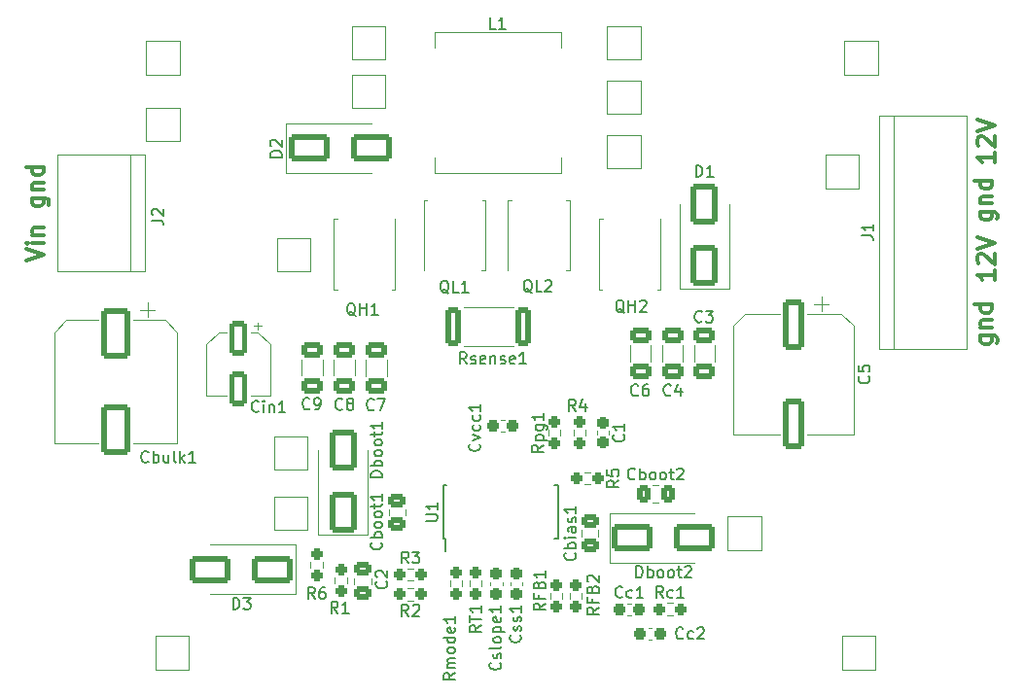
<source format=gto>
G04 #@! TF.GenerationSoftware,KiCad,Pcbnew,7.0.8*
G04 #@! TF.CreationDate,2023-11-17T17:21:29+01:00*
G04 #@! TF.ProjectId,universal12Vsupply,756e6976-6572-4736-916c-313256737570,rev?*
G04 #@! TF.SameCoordinates,Original*
G04 #@! TF.FileFunction,Legend,Top*
G04 #@! TF.FilePolarity,Positive*
%FSLAX46Y46*%
G04 Gerber Fmt 4.6, Leading zero omitted, Abs format (unit mm)*
G04 Created by KiCad (PCBNEW 7.0.8) date 2023-11-17 17:21:29*
%MOMM*%
%LPD*%
G01*
G04 APERTURE LIST*
G04 Aperture macros list*
%AMRoundRect*
0 Rectangle with rounded corners*
0 $1 Rounding radius*
0 $2 $3 $4 $5 $6 $7 $8 $9 X,Y pos of 4 corners*
0 Add a 4 corners polygon primitive as box body*
4,1,4,$2,$3,$4,$5,$6,$7,$8,$9,$2,$3,0*
0 Add four circle primitives for the rounded corners*
1,1,$1+$1,$2,$3*
1,1,$1+$1,$4,$5*
1,1,$1+$1,$6,$7*
1,1,$1+$1,$8,$9*
0 Add four rect primitives between the rounded corners*
20,1,$1+$1,$2,$3,$4,$5,0*
20,1,$1+$1,$4,$5,$6,$7,0*
20,1,$1+$1,$6,$7,$8,$9,0*
20,1,$1+$1,$8,$9,$2,$3,0*%
%AMFreePoly0*
4,1,17,2.675000,1.605000,1.875000,1.605000,1.875000,0.935000,2.675000,0.935000,2.675000,0.335000,1.875000,0.335000,1.875000,-0.335000,2.675000,-0.335000,2.675000,-0.935000,1.875000,-0.935000,1.875000,-1.605000,2.675000,-1.605000,2.675000,-2.205000,-1.875000,-2.205000,-1.875000,2.205000,2.675000,2.205000,2.675000,1.605000,2.675000,1.605000,$1*%
G04 Aperture macros list end*
%ADD10C,0.300000*%
%ADD11C,0.150000*%
%ADD12C,0.120000*%
%ADD13R,2.500000X2.500000*%
%ADD14RoundRect,0.250000X0.475000X-0.337500X0.475000X0.337500X-0.475000X0.337500X-0.475000X-0.337500X0*%
%ADD15RoundRect,0.237500X-0.300000X-0.237500X0.300000X-0.237500X0.300000X0.237500X-0.300000X0.237500X0*%
%ADD16C,0.800000*%
%ADD17C,6.400000*%
%ADD18RoundRect,0.250000X0.900000X-1.500000X0.900000X1.500000X-0.900000X1.500000X-0.900000X-1.500000X0*%
%ADD19RoundRect,0.237500X-0.237500X0.250000X-0.237500X-0.250000X0.237500X-0.250000X0.237500X0.250000X0*%
%ADD20R,0.400000X1.100000*%
%ADD21R,9.500000X3.400000*%
%ADD22RoundRect,0.250000X-1.500000X-0.900000X1.500000X-0.900000X1.500000X0.900000X-1.500000X0.900000X0*%
%ADD23RoundRect,0.250000X-0.650000X0.412500X-0.650000X-0.412500X0.650000X-0.412500X0.650000X0.412500X0*%
%ADD24RoundRect,0.237500X0.237500X-0.250000X0.237500X0.250000X-0.237500X0.250000X-0.237500X-0.250000X0*%
%ADD25RoundRect,0.237500X-0.250000X-0.237500X0.250000X-0.237500X0.250000X0.237500X-0.250000X0.237500X0*%
%ADD26RoundRect,0.237500X0.250000X0.237500X-0.250000X0.237500X-0.250000X-0.237500X0.250000X-0.237500X0*%
%ADD27RoundRect,0.250000X-1.000000X1.950000X-1.000000X-1.950000X1.000000X-1.950000X1.000000X1.950000X0*%
%ADD28RoundRect,0.249999X-0.450001X-1.425001X0.450001X-1.425001X0.450001X1.425001X-0.450001X1.425001X0*%
%ADD29RoundRect,0.237500X-0.237500X0.300000X-0.237500X-0.300000X0.237500X-0.300000X0.237500X0.300000X0*%
%ADD30FreePoly0,270.000000*%
%ADD31R,0.500000X0.850000*%
%ADD32RoundRect,0.250000X1.500000X0.900000X-1.500000X0.900000X-1.500000X-0.900000X1.500000X-0.900000X0*%
%ADD33FreePoly0,90.000000*%
%ADD34R,4.977000X9.000000*%
%ADD35RoundRect,0.250000X-0.337500X-0.475000X0.337500X-0.475000X0.337500X0.475000X-0.337500X0.475000X0*%
%ADD36RoundRect,0.250000X-0.700000X1.950000X-0.700000X-1.950000X0.700000X-1.950000X0.700000X1.950000X0*%
%ADD37R,3.000000X3.000000*%
%ADD38C,3.000000*%
%ADD39RoundRect,0.250000X-0.475000X0.337500X-0.475000X-0.337500X0.475000X-0.337500X0.475000X0.337500X0*%
%ADD40RoundRect,0.250000X-0.550000X1.250000X-0.550000X-1.250000X0.550000X-1.250000X0.550000X1.250000X0*%
G04 APERTURE END LIST*
D10*
X145000828Y-34859774D02*
X145000828Y-35716917D01*
X145000828Y-35288346D02*
X143500828Y-35288346D01*
X143500828Y-35288346D02*
X143715114Y-35431203D01*
X143715114Y-35431203D02*
X143857971Y-35574060D01*
X143857971Y-35574060D02*
X143929400Y-35716917D01*
X143643685Y-34288346D02*
X143572257Y-34216918D01*
X143572257Y-34216918D02*
X143500828Y-34074061D01*
X143500828Y-34074061D02*
X143500828Y-33716918D01*
X143500828Y-33716918D02*
X143572257Y-33574061D01*
X143572257Y-33574061D02*
X143643685Y-33502632D01*
X143643685Y-33502632D02*
X143786542Y-33431203D01*
X143786542Y-33431203D02*
X143929400Y-33431203D01*
X143929400Y-33431203D02*
X144143685Y-33502632D01*
X144143685Y-33502632D02*
X145000828Y-34359775D01*
X145000828Y-34359775D02*
X145000828Y-33431203D01*
X143500828Y-33002632D02*
X145000828Y-32502632D01*
X145000828Y-32502632D02*
X143500828Y-32002632D01*
X60700828Y-44259774D02*
X62200828Y-43759774D01*
X62200828Y-43759774D02*
X60700828Y-43259774D01*
X62200828Y-42759775D02*
X61200828Y-42759775D01*
X60700828Y-42759775D02*
X60772257Y-42831203D01*
X60772257Y-42831203D02*
X60843685Y-42759775D01*
X60843685Y-42759775D02*
X60772257Y-42688346D01*
X60772257Y-42688346D02*
X60700828Y-42759775D01*
X60700828Y-42759775D02*
X60843685Y-42759775D01*
X61200828Y-42045489D02*
X62200828Y-42045489D01*
X61343685Y-42045489D02*
X61272257Y-41974060D01*
X61272257Y-41974060D02*
X61200828Y-41831203D01*
X61200828Y-41831203D02*
X61200828Y-41616917D01*
X61200828Y-41616917D02*
X61272257Y-41474060D01*
X61272257Y-41474060D02*
X61415114Y-41402632D01*
X61415114Y-41402632D02*
X62200828Y-41402632D01*
X143800828Y-50802632D02*
X145015114Y-50802632D01*
X145015114Y-50802632D02*
X145157971Y-50874060D01*
X145157971Y-50874060D02*
X145229400Y-50945489D01*
X145229400Y-50945489D02*
X145300828Y-51088346D01*
X145300828Y-51088346D02*
X145300828Y-51302632D01*
X145300828Y-51302632D02*
X145229400Y-51445489D01*
X144729400Y-50802632D02*
X144800828Y-50945489D01*
X144800828Y-50945489D02*
X144800828Y-51231203D01*
X144800828Y-51231203D02*
X144729400Y-51374060D01*
X144729400Y-51374060D02*
X144657971Y-51445489D01*
X144657971Y-51445489D02*
X144515114Y-51516917D01*
X144515114Y-51516917D02*
X144086542Y-51516917D01*
X144086542Y-51516917D02*
X143943685Y-51445489D01*
X143943685Y-51445489D02*
X143872257Y-51374060D01*
X143872257Y-51374060D02*
X143800828Y-51231203D01*
X143800828Y-51231203D02*
X143800828Y-50945489D01*
X143800828Y-50945489D02*
X143872257Y-50802632D01*
X143800828Y-50088346D02*
X144800828Y-50088346D01*
X143943685Y-50088346D02*
X143872257Y-50016917D01*
X143872257Y-50016917D02*
X143800828Y-49874060D01*
X143800828Y-49874060D02*
X143800828Y-49659774D01*
X143800828Y-49659774D02*
X143872257Y-49516917D01*
X143872257Y-49516917D02*
X144015114Y-49445489D01*
X144015114Y-49445489D02*
X144800828Y-49445489D01*
X144800828Y-48088346D02*
X143300828Y-48088346D01*
X144729400Y-48088346D02*
X144800828Y-48231203D01*
X144800828Y-48231203D02*
X144800828Y-48516917D01*
X144800828Y-48516917D02*
X144729400Y-48659774D01*
X144729400Y-48659774D02*
X144657971Y-48731203D01*
X144657971Y-48731203D02*
X144515114Y-48802631D01*
X144515114Y-48802631D02*
X144086542Y-48802631D01*
X144086542Y-48802631D02*
X143943685Y-48731203D01*
X143943685Y-48731203D02*
X143872257Y-48659774D01*
X143872257Y-48659774D02*
X143800828Y-48516917D01*
X143800828Y-48516917D02*
X143800828Y-48231203D01*
X143800828Y-48231203D02*
X143872257Y-48088346D01*
X143800828Y-40002632D02*
X145015114Y-40002632D01*
X145015114Y-40002632D02*
X145157971Y-40074060D01*
X145157971Y-40074060D02*
X145229400Y-40145489D01*
X145229400Y-40145489D02*
X145300828Y-40288346D01*
X145300828Y-40288346D02*
X145300828Y-40502632D01*
X145300828Y-40502632D02*
X145229400Y-40645489D01*
X144729400Y-40002632D02*
X144800828Y-40145489D01*
X144800828Y-40145489D02*
X144800828Y-40431203D01*
X144800828Y-40431203D02*
X144729400Y-40574060D01*
X144729400Y-40574060D02*
X144657971Y-40645489D01*
X144657971Y-40645489D02*
X144515114Y-40716917D01*
X144515114Y-40716917D02*
X144086542Y-40716917D01*
X144086542Y-40716917D02*
X143943685Y-40645489D01*
X143943685Y-40645489D02*
X143872257Y-40574060D01*
X143872257Y-40574060D02*
X143800828Y-40431203D01*
X143800828Y-40431203D02*
X143800828Y-40145489D01*
X143800828Y-40145489D02*
X143872257Y-40002632D01*
X143800828Y-39288346D02*
X144800828Y-39288346D01*
X143943685Y-39288346D02*
X143872257Y-39216917D01*
X143872257Y-39216917D02*
X143800828Y-39074060D01*
X143800828Y-39074060D02*
X143800828Y-38859774D01*
X143800828Y-38859774D02*
X143872257Y-38716917D01*
X143872257Y-38716917D02*
X144015114Y-38645489D01*
X144015114Y-38645489D02*
X144800828Y-38645489D01*
X144800828Y-37288346D02*
X143300828Y-37288346D01*
X144729400Y-37288346D02*
X144800828Y-37431203D01*
X144800828Y-37431203D02*
X144800828Y-37716917D01*
X144800828Y-37716917D02*
X144729400Y-37859774D01*
X144729400Y-37859774D02*
X144657971Y-37931203D01*
X144657971Y-37931203D02*
X144515114Y-38002631D01*
X144515114Y-38002631D02*
X144086542Y-38002631D01*
X144086542Y-38002631D02*
X143943685Y-37931203D01*
X143943685Y-37931203D02*
X143872257Y-37859774D01*
X143872257Y-37859774D02*
X143800828Y-37716917D01*
X143800828Y-37716917D02*
X143800828Y-37431203D01*
X143800828Y-37431203D02*
X143872257Y-37288346D01*
X145000828Y-45059774D02*
X145000828Y-45916917D01*
X145000828Y-45488346D02*
X143500828Y-45488346D01*
X143500828Y-45488346D02*
X143715114Y-45631203D01*
X143715114Y-45631203D02*
X143857971Y-45774060D01*
X143857971Y-45774060D02*
X143929400Y-45916917D01*
X143643685Y-44488346D02*
X143572257Y-44416918D01*
X143572257Y-44416918D02*
X143500828Y-44274061D01*
X143500828Y-44274061D02*
X143500828Y-43916918D01*
X143500828Y-43916918D02*
X143572257Y-43774061D01*
X143572257Y-43774061D02*
X143643685Y-43702632D01*
X143643685Y-43702632D02*
X143786542Y-43631203D01*
X143786542Y-43631203D02*
X143929400Y-43631203D01*
X143929400Y-43631203D02*
X144143685Y-43702632D01*
X144143685Y-43702632D02*
X145000828Y-44559775D01*
X145000828Y-44559775D02*
X145000828Y-43631203D01*
X143500828Y-43202632D02*
X145000828Y-42702632D01*
X145000828Y-42702632D02*
X143500828Y-42202632D01*
X61200828Y-38802632D02*
X62415114Y-38802632D01*
X62415114Y-38802632D02*
X62557971Y-38874060D01*
X62557971Y-38874060D02*
X62629400Y-38945489D01*
X62629400Y-38945489D02*
X62700828Y-39088346D01*
X62700828Y-39088346D02*
X62700828Y-39302632D01*
X62700828Y-39302632D02*
X62629400Y-39445489D01*
X62129400Y-38802632D02*
X62200828Y-38945489D01*
X62200828Y-38945489D02*
X62200828Y-39231203D01*
X62200828Y-39231203D02*
X62129400Y-39374060D01*
X62129400Y-39374060D02*
X62057971Y-39445489D01*
X62057971Y-39445489D02*
X61915114Y-39516917D01*
X61915114Y-39516917D02*
X61486542Y-39516917D01*
X61486542Y-39516917D02*
X61343685Y-39445489D01*
X61343685Y-39445489D02*
X61272257Y-39374060D01*
X61272257Y-39374060D02*
X61200828Y-39231203D01*
X61200828Y-39231203D02*
X61200828Y-38945489D01*
X61200828Y-38945489D02*
X61272257Y-38802632D01*
X61200828Y-38088346D02*
X62200828Y-38088346D01*
X61343685Y-38088346D02*
X61272257Y-38016917D01*
X61272257Y-38016917D02*
X61200828Y-37874060D01*
X61200828Y-37874060D02*
X61200828Y-37659774D01*
X61200828Y-37659774D02*
X61272257Y-37516917D01*
X61272257Y-37516917D02*
X61415114Y-37445489D01*
X61415114Y-37445489D02*
X62200828Y-37445489D01*
X62200828Y-36088346D02*
X60700828Y-36088346D01*
X62129400Y-36088346D02*
X62200828Y-36231203D01*
X62200828Y-36231203D02*
X62200828Y-36516917D01*
X62200828Y-36516917D02*
X62129400Y-36659774D01*
X62129400Y-36659774D02*
X62057971Y-36731203D01*
X62057971Y-36731203D02*
X61915114Y-36802631D01*
X61915114Y-36802631D02*
X61486542Y-36802631D01*
X61486542Y-36802631D02*
X61343685Y-36731203D01*
X61343685Y-36731203D02*
X61272257Y-36659774D01*
X61272257Y-36659774D02*
X61200828Y-36516917D01*
X61200828Y-36516917D02*
X61200828Y-36231203D01*
X61200828Y-36231203D02*
X61272257Y-36088346D01*
D11*
X91609580Y-68809524D02*
X91657200Y-68857143D01*
X91657200Y-68857143D02*
X91704819Y-69000000D01*
X91704819Y-69000000D02*
X91704819Y-69095238D01*
X91704819Y-69095238D02*
X91657200Y-69238095D01*
X91657200Y-69238095D02*
X91561961Y-69333333D01*
X91561961Y-69333333D02*
X91466723Y-69380952D01*
X91466723Y-69380952D02*
X91276247Y-69428571D01*
X91276247Y-69428571D02*
X91133390Y-69428571D01*
X91133390Y-69428571D02*
X90942914Y-69380952D01*
X90942914Y-69380952D02*
X90847676Y-69333333D01*
X90847676Y-69333333D02*
X90752438Y-69238095D01*
X90752438Y-69238095D02*
X90704819Y-69095238D01*
X90704819Y-69095238D02*
X90704819Y-69000000D01*
X90704819Y-69000000D02*
X90752438Y-68857143D01*
X90752438Y-68857143D02*
X90800057Y-68809524D01*
X91704819Y-68380952D02*
X90704819Y-68380952D01*
X91085771Y-68380952D02*
X91038152Y-68285714D01*
X91038152Y-68285714D02*
X91038152Y-68095238D01*
X91038152Y-68095238D02*
X91085771Y-68000000D01*
X91085771Y-68000000D02*
X91133390Y-67952381D01*
X91133390Y-67952381D02*
X91228628Y-67904762D01*
X91228628Y-67904762D02*
X91514342Y-67904762D01*
X91514342Y-67904762D02*
X91609580Y-67952381D01*
X91609580Y-67952381D02*
X91657200Y-68000000D01*
X91657200Y-68000000D02*
X91704819Y-68095238D01*
X91704819Y-68095238D02*
X91704819Y-68285714D01*
X91704819Y-68285714D02*
X91657200Y-68380952D01*
X91704819Y-67333333D02*
X91657200Y-67428571D01*
X91657200Y-67428571D02*
X91609580Y-67476190D01*
X91609580Y-67476190D02*
X91514342Y-67523809D01*
X91514342Y-67523809D02*
X91228628Y-67523809D01*
X91228628Y-67523809D02*
X91133390Y-67476190D01*
X91133390Y-67476190D02*
X91085771Y-67428571D01*
X91085771Y-67428571D02*
X91038152Y-67333333D01*
X91038152Y-67333333D02*
X91038152Y-67190476D01*
X91038152Y-67190476D02*
X91085771Y-67095238D01*
X91085771Y-67095238D02*
X91133390Y-67047619D01*
X91133390Y-67047619D02*
X91228628Y-67000000D01*
X91228628Y-67000000D02*
X91514342Y-67000000D01*
X91514342Y-67000000D02*
X91609580Y-67047619D01*
X91609580Y-67047619D02*
X91657200Y-67095238D01*
X91657200Y-67095238D02*
X91704819Y-67190476D01*
X91704819Y-67190476D02*
X91704819Y-67333333D01*
X91704819Y-66428571D02*
X91657200Y-66523809D01*
X91657200Y-66523809D02*
X91609580Y-66571428D01*
X91609580Y-66571428D02*
X91514342Y-66619047D01*
X91514342Y-66619047D02*
X91228628Y-66619047D01*
X91228628Y-66619047D02*
X91133390Y-66571428D01*
X91133390Y-66571428D02*
X91085771Y-66523809D01*
X91085771Y-66523809D02*
X91038152Y-66428571D01*
X91038152Y-66428571D02*
X91038152Y-66285714D01*
X91038152Y-66285714D02*
X91085771Y-66190476D01*
X91085771Y-66190476D02*
X91133390Y-66142857D01*
X91133390Y-66142857D02*
X91228628Y-66095238D01*
X91228628Y-66095238D02*
X91514342Y-66095238D01*
X91514342Y-66095238D02*
X91609580Y-66142857D01*
X91609580Y-66142857D02*
X91657200Y-66190476D01*
X91657200Y-66190476D02*
X91704819Y-66285714D01*
X91704819Y-66285714D02*
X91704819Y-66428571D01*
X91038152Y-65809523D02*
X91038152Y-65428571D01*
X90704819Y-65666666D02*
X91561961Y-65666666D01*
X91561961Y-65666666D02*
X91657200Y-65619047D01*
X91657200Y-65619047D02*
X91704819Y-65523809D01*
X91704819Y-65523809D02*
X91704819Y-65428571D01*
X91704819Y-64571428D02*
X91704819Y-65142856D01*
X91704819Y-64857142D02*
X90704819Y-64857142D01*
X90704819Y-64857142D02*
X90847676Y-64952380D01*
X90847676Y-64952380D02*
X90942914Y-65047618D01*
X90942914Y-65047618D02*
X90990533Y-65142856D01*
X112604761Y-73529580D02*
X112557142Y-73577200D01*
X112557142Y-73577200D02*
X112414285Y-73624819D01*
X112414285Y-73624819D02*
X112319047Y-73624819D01*
X112319047Y-73624819D02*
X112176190Y-73577200D01*
X112176190Y-73577200D02*
X112080952Y-73481961D01*
X112080952Y-73481961D02*
X112033333Y-73386723D01*
X112033333Y-73386723D02*
X111985714Y-73196247D01*
X111985714Y-73196247D02*
X111985714Y-73053390D01*
X111985714Y-73053390D02*
X112033333Y-72862914D01*
X112033333Y-72862914D02*
X112080952Y-72767676D01*
X112080952Y-72767676D02*
X112176190Y-72672438D01*
X112176190Y-72672438D02*
X112319047Y-72624819D01*
X112319047Y-72624819D02*
X112414285Y-72624819D01*
X112414285Y-72624819D02*
X112557142Y-72672438D01*
X112557142Y-72672438D02*
X112604761Y-72720057D01*
X113461904Y-73577200D02*
X113366666Y-73624819D01*
X113366666Y-73624819D02*
X113176190Y-73624819D01*
X113176190Y-73624819D02*
X113080952Y-73577200D01*
X113080952Y-73577200D02*
X113033333Y-73529580D01*
X113033333Y-73529580D02*
X112985714Y-73434342D01*
X112985714Y-73434342D02*
X112985714Y-73148628D01*
X112985714Y-73148628D02*
X113033333Y-73053390D01*
X113033333Y-73053390D02*
X113080952Y-73005771D01*
X113080952Y-73005771D02*
X113176190Y-72958152D01*
X113176190Y-72958152D02*
X113366666Y-72958152D01*
X113366666Y-72958152D02*
X113461904Y-73005771D01*
X114414285Y-73624819D02*
X113842857Y-73624819D01*
X114128571Y-73624819D02*
X114128571Y-72624819D01*
X114128571Y-72624819D02*
X114033333Y-72767676D01*
X114033333Y-72767676D02*
X113938095Y-72862914D01*
X113938095Y-72862914D02*
X113842857Y-72910533D01*
X91704819Y-63130952D02*
X90704819Y-63130952D01*
X90704819Y-63130952D02*
X90704819Y-62892857D01*
X90704819Y-62892857D02*
X90752438Y-62750000D01*
X90752438Y-62750000D02*
X90847676Y-62654762D01*
X90847676Y-62654762D02*
X90942914Y-62607143D01*
X90942914Y-62607143D02*
X91133390Y-62559524D01*
X91133390Y-62559524D02*
X91276247Y-62559524D01*
X91276247Y-62559524D02*
X91466723Y-62607143D01*
X91466723Y-62607143D02*
X91561961Y-62654762D01*
X91561961Y-62654762D02*
X91657200Y-62750000D01*
X91657200Y-62750000D02*
X91704819Y-62892857D01*
X91704819Y-62892857D02*
X91704819Y-63130952D01*
X91704819Y-62130952D02*
X90704819Y-62130952D01*
X91085771Y-62130952D02*
X91038152Y-62035714D01*
X91038152Y-62035714D02*
X91038152Y-61845238D01*
X91038152Y-61845238D02*
X91085771Y-61750000D01*
X91085771Y-61750000D02*
X91133390Y-61702381D01*
X91133390Y-61702381D02*
X91228628Y-61654762D01*
X91228628Y-61654762D02*
X91514342Y-61654762D01*
X91514342Y-61654762D02*
X91609580Y-61702381D01*
X91609580Y-61702381D02*
X91657200Y-61750000D01*
X91657200Y-61750000D02*
X91704819Y-61845238D01*
X91704819Y-61845238D02*
X91704819Y-62035714D01*
X91704819Y-62035714D02*
X91657200Y-62130952D01*
X91704819Y-61083333D02*
X91657200Y-61178571D01*
X91657200Y-61178571D02*
X91609580Y-61226190D01*
X91609580Y-61226190D02*
X91514342Y-61273809D01*
X91514342Y-61273809D02*
X91228628Y-61273809D01*
X91228628Y-61273809D02*
X91133390Y-61226190D01*
X91133390Y-61226190D02*
X91085771Y-61178571D01*
X91085771Y-61178571D02*
X91038152Y-61083333D01*
X91038152Y-61083333D02*
X91038152Y-60940476D01*
X91038152Y-60940476D02*
X91085771Y-60845238D01*
X91085771Y-60845238D02*
X91133390Y-60797619D01*
X91133390Y-60797619D02*
X91228628Y-60750000D01*
X91228628Y-60750000D02*
X91514342Y-60750000D01*
X91514342Y-60750000D02*
X91609580Y-60797619D01*
X91609580Y-60797619D02*
X91657200Y-60845238D01*
X91657200Y-60845238D02*
X91704819Y-60940476D01*
X91704819Y-60940476D02*
X91704819Y-61083333D01*
X91704819Y-60178571D02*
X91657200Y-60273809D01*
X91657200Y-60273809D02*
X91609580Y-60321428D01*
X91609580Y-60321428D02*
X91514342Y-60369047D01*
X91514342Y-60369047D02*
X91228628Y-60369047D01*
X91228628Y-60369047D02*
X91133390Y-60321428D01*
X91133390Y-60321428D02*
X91085771Y-60273809D01*
X91085771Y-60273809D02*
X91038152Y-60178571D01*
X91038152Y-60178571D02*
X91038152Y-60035714D01*
X91038152Y-60035714D02*
X91085771Y-59940476D01*
X91085771Y-59940476D02*
X91133390Y-59892857D01*
X91133390Y-59892857D02*
X91228628Y-59845238D01*
X91228628Y-59845238D02*
X91514342Y-59845238D01*
X91514342Y-59845238D02*
X91609580Y-59892857D01*
X91609580Y-59892857D02*
X91657200Y-59940476D01*
X91657200Y-59940476D02*
X91704819Y-60035714D01*
X91704819Y-60035714D02*
X91704819Y-60178571D01*
X91038152Y-59559523D02*
X91038152Y-59178571D01*
X90704819Y-59416666D02*
X91561961Y-59416666D01*
X91561961Y-59416666D02*
X91657200Y-59369047D01*
X91657200Y-59369047D02*
X91704819Y-59273809D01*
X91704819Y-59273809D02*
X91704819Y-59178571D01*
X91704819Y-58321428D02*
X91704819Y-58892856D01*
X91704819Y-58607142D02*
X90704819Y-58607142D01*
X90704819Y-58607142D02*
X90847676Y-58702380D01*
X90847676Y-58702380D02*
X90942914Y-58797618D01*
X90942914Y-58797618D02*
X90990533Y-58892856D01*
X85833333Y-73704819D02*
X85500000Y-73228628D01*
X85261905Y-73704819D02*
X85261905Y-72704819D01*
X85261905Y-72704819D02*
X85642857Y-72704819D01*
X85642857Y-72704819D02*
X85738095Y-72752438D01*
X85738095Y-72752438D02*
X85785714Y-72800057D01*
X85785714Y-72800057D02*
X85833333Y-72895295D01*
X85833333Y-72895295D02*
X85833333Y-73038152D01*
X85833333Y-73038152D02*
X85785714Y-73133390D01*
X85785714Y-73133390D02*
X85738095Y-73181009D01*
X85738095Y-73181009D02*
X85642857Y-73228628D01*
X85642857Y-73228628D02*
X85261905Y-73228628D01*
X86690476Y-72704819D02*
X86500000Y-72704819D01*
X86500000Y-72704819D02*
X86404762Y-72752438D01*
X86404762Y-72752438D02*
X86357143Y-72800057D01*
X86357143Y-72800057D02*
X86261905Y-72942914D01*
X86261905Y-72942914D02*
X86214286Y-73133390D01*
X86214286Y-73133390D02*
X86214286Y-73514342D01*
X86214286Y-73514342D02*
X86261905Y-73609580D01*
X86261905Y-73609580D02*
X86309524Y-73657200D01*
X86309524Y-73657200D02*
X86404762Y-73704819D01*
X86404762Y-73704819D02*
X86595238Y-73704819D01*
X86595238Y-73704819D02*
X86690476Y-73657200D01*
X86690476Y-73657200D02*
X86738095Y-73609580D01*
X86738095Y-73609580D02*
X86785714Y-73514342D01*
X86785714Y-73514342D02*
X86785714Y-73276247D01*
X86785714Y-73276247D02*
X86738095Y-73181009D01*
X86738095Y-73181009D02*
X86690476Y-73133390D01*
X86690476Y-73133390D02*
X86595238Y-73085771D01*
X86595238Y-73085771D02*
X86404762Y-73085771D01*
X86404762Y-73085771D02*
X86309524Y-73133390D01*
X86309524Y-73133390D02*
X86261905Y-73181009D01*
X86261905Y-73181009D02*
X86214286Y-73276247D01*
X95524819Y-66911904D02*
X96334342Y-66911904D01*
X96334342Y-66911904D02*
X96429580Y-66864285D01*
X96429580Y-66864285D02*
X96477200Y-66816666D01*
X96477200Y-66816666D02*
X96524819Y-66721428D01*
X96524819Y-66721428D02*
X96524819Y-66530952D01*
X96524819Y-66530952D02*
X96477200Y-66435714D01*
X96477200Y-66435714D02*
X96429580Y-66388095D01*
X96429580Y-66388095D02*
X96334342Y-66340476D01*
X96334342Y-66340476D02*
X95524819Y-66340476D01*
X96524819Y-65340476D02*
X96524819Y-65911904D01*
X96524819Y-65626190D02*
X95524819Y-65626190D01*
X95524819Y-65626190D02*
X95667676Y-65721428D01*
X95667676Y-65721428D02*
X95762914Y-65816666D01*
X95762914Y-65816666D02*
X95810533Y-65911904D01*
X113819047Y-71852019D02*
X113819047Y-70852019D01*
X113819047Y-70852019D02*
X114057142Y-70852019D01*
X114057142Y-70852019D02*
X114199999Y-70899638D01*
X114199999Y-70899638D02*
X114295237Y-70994876D01*
X114295237Y-70994876D02*
X114342856Y-71090114D01*
X114342856Y-71090114D02*
X114390475Y-71280590D01*
X114390475Y-71280590D02*
X114390475Y-71423447D01*
X114390475Y-71423447D02*
X114342856Y-71613923D01*
X114342856Y-71613923D02*
X114295237Y-71709161D01*
X114295237Y-71709161D02*
X114199999Y-71804400D01*
X114199999Y-71804400D02*
X114057142Y-71852019D01*
X114057142Y-71852019D02*
X113819047Y-71852019D01*
X114819047Y-71852019D02*
X114819047Y-70852019D01*
X114819047Y-71232971D02*
X114914285Y-71185352D01*
X114914285Y-71185352D02*
X115104761Y-71185352D01*
X115104761Y-71185352D02*
X115199999Y-71232971D01*
X115199999Y-71232971D02*
X115247618Y-71280590D01*
X115247618Y-71280590D02*
X115295237Y-71375828D01*
X115295237Y-71375828D02*
X115295237Y-71661542D01*
X115295237Y-71661542D02*
X115247618Y-71756780D01*
X115247618Y-71756780D02*
X115199999Y-71804400D01*
X115199999Y-71804400D02*
X115104761Y-71852019D01*
X115104761Y-71852019D02*
X114914285Y-71852019D01*
X114914285Y-71852019D02*
X114819047Y-71804400D01*
X115866666Y-71852019D02*
X115771428Y-71804400D01*
X115771428Y-71804400D02*
X115723809Y-71756780D01*
X115723809Y-71756780D02*
X115676190Y-71661542D01*
X115676190Y-71661542D02*
X115676190Y-71375828D01*
X115676190Y-71375828D02*
X115723809Y-71280590D01*
X115723809Y-71280590D02*
X115771428Y-71232971D01*
X115771428Y-71232971D02*
X115866666Y-71185352D01*
X115866666Y-71185352D02*
X116009523Y-71185352D01*
X116009523Y-71185352D02*
X116104761Y-71232971D01*
X116104761Y-71232971D02*
X116152380Y-71280590D01*
X116152380Y-71280590D02*
X116199999Y-71375828D01*
X116199999Y-71375828D02*
X116199999Y-71661542D01*
X116199999Y-71661542D02*
X116152380Y-71756780D01*
X116152380Y-71756780D02*
X116104761Y-71804400D01*
X116104761Y-71804400D02*
X116009523Y-71852019D01*
X116009523Y-71852019D02*
X115866666Y-71852019D01*
X116771428Y-71852019D02*
X116676190Y-71804400D01*
X116676190Y-71804400D02*
X116628571Y-71756780D01*
X116628571Y-71756780D02*
X116580952Y-71661542D01*
X116580952Y-71661542D02*
X116580952Y-71375828D01*
X116580952Y-71375828D02*
X116628571Y-71280590D01*
X116628571Y-71280590D02*
X116676190Y-71232971D01*
X116676190Y-71232971D02*
X116771428Y-71185352D01*
X116771428Y-71185352D02*
X116914285Y-71185352D01*
X116914285Y-71185352D02*
X117009523Y-71232971D01*
X117009523Y-71232971D02*
X117057142Y-71280590D01*
X117057142Y-71280590D02*
X117104761Y-71375828D01*
X117104761Y-71375828D02*
X117104761Y-71661542D01*
X117104761Y-71661542D02*
X117057142Y-71756780D01*
X117057142Y-71756780D02*
X117009523Y-71804400D01*
X117009523Y-71804400D02*
X116914285Y-71852019D01*
X116914285Y-71852019D02*
X116771428Y-71852019D01*
X117390476Y-71185352D02*
X117771428Y-71185352D01*
X117533333Y-70852019D02*
X117533333Y-71709161D01*
X117533333Y-71709161D02*
X117580952Y-71804400D01*
X117580952Y-71804400D02*
X117676190Y-71852019D01*
X117676190Y-71852019D02*
X117771428Y-71852019D01*
X118057143Y-70947257D02*
X118104762Y-70899638D01*
X118104762Y-70899638D02*
X118200000Y-70852019D01*
X118200000Y-70852019D02*
X118438095Y-70852019D01*
X118438095Y-70852019D02*
X118533333Y-70899638D01*
X118533333Y-70899638D02*
X118580952Y-70947257D01*
X118580952Y-70947257D02*
X118628571Y-71042495D01*
X118628571Y-71042495D02*
X118628571Y-71137733D01*
X118628571Y-71137733D02*
X118580952Y-71280590D01*
X118580952Y-71280590D02*
X118009524Y-71852019D01*
X118009524Y-71852019D02*
X118628571Y-71852019D01*
X119531933Y-49534280D02*
X119484314Y-49581900D01*
X119484314Y-49581900D02*
X119341457Y-49629519D01*
X119341457Y-49629519D02*
X119246219Y-49629519D01*
X119246219Y-49629519D02*
X119103362Y-49581900D01*
X119103362Y-49581900D02*
X119008124Y-49486661D01*
X119008124Y-49486661D02*
X118960505Y-49391423D01*
X118960505Y-49391423D02*
X118912886Y-49200947D01*
X118912886Y-49200947D02*
X118912886Y-49058090D01*
X118912886Y-49058090D02*
X118960505Y-48867614D01*
X118960505Y-48867614D02*
X119008124Y-48772376D01*
X119008124Y-48772376D02*
X119103362Y-48677138D01*
X119103362Y-48677138D02*
X119246219Y-48629519D01*
X119246219Y-48629519D02*
X119341457Y-48629519D01*
X119341457Y-48629519D02*
X119484314Y-48677138D01*
X119484314Y-48677138D02*
X119531933Y-48724757D01*
X119865267Y-48629519D02*
X120484314Y-48629519D01*
X120484314Y-48629519D02*
X120150981Y-49010471D01*
X120150981Y-49010471D02*
X120293838Y-49010471D01*
X120293838Y-49010471D02*
X120389076Y-49058090D01*
X120389076Y-49058090D02*
X120436695Y-49105709D01*
X120436695Y-49105709D02*
X120484314Y-49200947D01*
X120484314Y-49200947D02*
X120484314Y-49439042D01*
X120484314Y-49439042D02*
X120436695Y-49534280D01*
X120436695Y-49534280D02*
X120389076Y-49581900D01*
X120389076Y-49581900D02*
X120293838Y-49629519D01*
X120293838Y-49629519D02*
X120008124Y-49629519D01*
X120008124Y-49629519D02*
X119912886Y-49581900D01*
X119912886Y-49581900D02*
X119865267Y-49534280D01*
X87833333Y-74954819D02*
X87500000Y-74478628D01*
X87261905Y-74954819D02*
X87261905Y-73954819D01*
X87261905Y-73954819D02*
X87642857Y-73954819D01*
X87642857Y-73954819D02*
X87738095Y-74002438D01*
X87738095Y-74002438D02*
X87785714Y-74050057D01*
X87785714Y-74050057D02*
X87833333Y-74145295D01*
X87833333Y-74145295D02*
X87833333Y-74288152D01*
X87833333Y-74288152D02*
X87785714Y-74383390D01*
X87785714Y-74383390D02*
X87738095Y-74431009D01*
X87738095Y-74431009D02*
X87642857Y-74478628D01*
X87642857Y-74478628D02*
X87261905Y-74478628D01*
X88785714Y-74954819D02*
X88214286Y-74954819D01*
X88500000Y-74954819D02*
X88500000Y-73954819D01*
X88500000Y-73954819D02*
X88404762Y-74097676D01*
X88404762Y-74097676D02*
X88309524Y-74192914D01*
X88309524Y-74192914D02*
X88214286Y-74240533D01*
X90983333Y-57197080D02*
X90935714Y-57244700D01*
X90935714Y-57244700D02*
X90792857Y-57292319D01*
X90792857Y-57292319D02*
X90697619Y-57292319D01*
X90697619Y-57292319D02*
X90554762Y-57244700D01*
X90554762Y-57244700D02*
X90459524Y-57149461D01*
X90459524Y-57149461D02*
X90411905Y-57054223D01*
X90411905Y-57054223D02*
X90364286Y-56863747D01*
X90364286Y-56863747D02*
X90364286Y-56720890D01*
X90364286Y-56720890D02*
X90411905Y-56530414D01*
X90411905Y-56530414D02*
X90459524Y-56435176D01*
X90459524Y-56435176D02*
X90554762Y-56339938D01*
X90554762Y-56339938D02*
X90697619Y-56292319D01*
X90697619Y-56292319D02*
X90792857Y-56292319D01*
X90792857Y-56292319D02*
X90935714Y-56339938D01*
X90935714Y-56339938D02*
X90983333Y-56387557D01*
X91316667Y-56292319D02*
X91983333Y-56292319D01*
X91983333Y-56292319D02*
X91554762Y-57292319D01*
X108533333Y-57354819D02*
X108200000Y-56878628D01*
X107961905Y-57354819D02*
X107961905Y-56354819D01*
X107961905Y-56354819D02*
X108342857Y-56354819D01*
X108342857Y-56354819D02*
X108438095Y-56402438D01*
X108438095Y-56402438D02*
X108485714Y-56450057D01*
X108485714Y-56450057D02*
X108533333Y-56545295D01*
X108533333Y-56545295D02*
X108533333Y-56688152D01*
X108533333Y-56688152D02*
X108485714Y-56783390D01*
X108485714Y-56783390D02*
X108438095Y-56831009D01*
X108438095Y-56831009D02*
X108342857Y-56878628D01*
X108342857Y-56878628D02*
X107961905Y-56878628D01*
X109390476Y-56688152D02*
X109390476Y-57354819D01*
X109152381Y-56307200D02*
X108914286Y-57021485D01*
X108914286Y-57021485D02*
X109533333Y-57021485D01*
X85383333Y-57109580D02*
X85335714Y-57157200D01*
X85335714Y-57157200D02*
X85192857Y-57204819D01*
X85192857Y-57204819D02*
X85097619Y-57204819D01*
X85097619Y-57204819D02*
X84954762Y-57157200D01*
X84954762Y-57157200D02*
X84859524Y-57061961D01*
X84859524Y-57061961D02*
X84811905Y-56966723D01*
X84811905Y-56966723D02*
X84764286Y-56776247D01*
X84764286Y-56776247D02*
X84764286Y-56633390D01*
X84764286Y-56633390D02*
X84811905Y-56442914D01*
X84811905Y-56442914D02*
X84859524Y-56347676D01*
X84859524Y-56347676D02*
X84954762Y-56252438D01*
X84954762Y-56252438D02*
X85097619Y-56204819D01*
X85097619Y-56204819D02*
X85192857Y-56204819D01*
X85192857Y-56204819D02*
X85335714Y-56252438D01*
X85335714Y-56252438D02*
X85383333Y-56300057D01*
X85859524Y-57204819D02*
X86050000Y-57204819D01*
X86050000Y-57204819D02*
X86145238Y-57157200D01*
X86145238Y-57157200D02*
X86192857Y-57109580D01*
X86192857Y-57109580D02*
X86288095Y-56966723D01*
X86288095Y-56966723D02*
X86335714Y-56776247D01*
X86335714Y-56776247D02*
X86335714Y-56395295D01*
X86335714Y-56395295D02*
X86288095Y-56300057D01*
X86288095Y-56300057D02*
X86240476Y-56252438D01*
X86240476Y-56252438D02*
X86145238Y-56204819D01*
X86145238Y-56204819D02*
X85954762Y-56204819D01*
X85954762Y-56204819D02*
X85859524Y-56252438D01*
X85859524Y-56252438D02*
X85811905Y-56300057D01*
X85811905Y-56300057D02*
X85764286Y-56395295D01*
X85764286Y-56395295D02*
X85764286Y-56633390D01*
X85764286Y-56633390D02*
X85811905Y-56728628D01*
X85811905Y-56728628D02*
X85859524Y-56776247D01*
X85859524Y-56776247D02*
X85954762Y-56823866D01*
X85954762Y-56823866D02*
X86145238Y-56823866D01*
X86145238Y-56823866D02*
X86240476Y-56776247D01*
X86240476Y-56776247D02*
X86288095Y-56728628D01*
X86288095Y-56728628D02*
X86335714Y-56633390D01*
X116154761Y-73624819D02*
X115821428Y-73148628D01*
X115583333Y-73624819D02*
X115583333Y-72624819D01*
X115583333Y-72624819D02*
X115964285Y-72624819D01*
X115964285Y-72624819D02*
X116059523Y-72672438D01*
X116059523Y-72672438D02*
X116107142Y-72720057D01*
X116107142Y-72720057D02*
X116154761Y-72815295D01*
X116154761Y-72815295D02*
X116154761Y-72958152D01*
X116154761Y-72958152D02*
X116107142Y-73053390D01*
X116107142Y-73053390D02*
X116059523Y-73101009D01*
X116059523Y-73101009D02*
X115964285Y-73148628D01*
X115964285Y-73148628D02*
X115583333Y-73148628D01*
X117011904Y-73577200D02*
X116916666Y-73624819D01*
X116916666Y-73624819D02*
X116726190Y-73624819D01*
X116726190Y-73624819D02*
X116630952Y-73577200D01*
X116630952Y-73577200D02*
X116583333Y-73529580D01*
X116583333Y-73529580D02*
X116535714Y-73434342D01*
X116535714Y-73434342D02*
X116535714Y-73148628D01*
X116535714Y-73148628D02*
X116583333Y-73053390D01*
X116583333Y-73053390D02*
X116630952Y-73005771D01*
X116630952Y-73005771D02*
X116726190Y-72958152D01*
X116726190Y-72958152D02*
X116916666Y-72958152D01*
X116916666Y-72958152D02*
X117011904Y-73005771D01*
X117964285Y-73624819D02*
X117392857Y-73624819D01*
X117678571Y-73624819D02*
X117678571Y-72624819D01*
X117678571Y-72624819D02*
X117583333Y-72767676D01*
X117583333Y-72767676D02*
X117488095Y-72862914D01*
X117488095Y-72862914D02*
X117392857Y-72910533D01*
X116827933Y-55934280D02*
X116780314Y-55981900D01*
X116780314Y-55981900D02*
X116637457Y-56029519D01*
X116637457Y-56029519D02*
X116542219Y-56029519D01*
X116542219Y-56029519D02*
X116399362Y-55981900D01*
X116399362Y-55981900D02*
X116304124Y-55886661D01*
X116304124Y-55886661D02*
X116256505Y-55791423D01*
X116256505Y-55791423D02*
X116208886Y-55600947D01*
X116208886Y-55600947D02*
X116208886Y-55458090D01*
X116208886Y-55458090D02*
X116256505Y-55267614D01*
X116256505Y-55267614D02*
X116304124Y-55172376D01*
X116304124Y-55172376D02*
X116399362Y-55077138D01*
X116399362Y-55077138D02*
X116542219Y-55029519D01*
X116542219Y-55029519D02*
X116637457Y-55029519D01*
X116637457Y-55029519D02*
X116780314Y-55077138D01*
X116780314Y-55077138D02*
X116827933Y-55124757D01*
X117685076Y-55362852D02*
X117685076Y-56029519D01*
X117446981Y-54981900D02*
X117208886Y-55696185D01*
X117208886Y-55696185D02*
X117827933Y-55696185D01*
X93991433Y-75202819D02*
X93658100Y-74726628D01*
X93420005Y-75202819D02*
X93420005Y-74202819D01*
X93420005Y-74202819D02*
X93800957Y-74202819D01*
X93800957Y-74202819D02*
X93896195Y-74250438D01*
X93896195Y-74250438D02*
X93943814Y-74298057D01*
X93943814Y-74298057D02*
X93991433Y-74393295D01*
X93991433Y-74393295D02*
X93991433Y-74536152D01*
X93991433Y-74536152D02*
X93943814Y-74631390D01*
X93943814Y-74631390D02*
X93896195Y-74679009D01*
X93896195Y-74679009D02*
X93800957Y-74726628D01*
X93800957Y-74726628D02*
X93420005Y-74726628D01*
X94372386Y-74298057D02*
X94420005Y-74250438D01*
X94420005Y-74250438D02*
X94515243Y-74202819D01*
X94515243Y-74202819D02*
X94753338Y-74202819D01*
X94753338Y-74202819D02*
X94848576Y-74250438D01*
X94848576Y-74250438D02*
X94896195Y-74298057D01*
X94896195Y-74298057D02*
X94943814Y-74393295D01*
X94943814Y-74393295D02*
X94943814Y-74488533D01*
X94943814Y-74488533D02*
X94896195Y-74631390D01*
X94896195Y-74631390D02*
X94324767Y-75202819D01*
X94324767Y-75202819D02*
X94943814Y-75202819D01*
X71339904Y-61739580D02*
X71292285Y-61787200D01*
X71292285Y-61787200D02*
X71149428Y-61834819D01*
X71149428Y-61834819D02*
X71054190Y-61834819D01*
X71054190Y-61834819D02*
X70911333Y-61787200D01*
X70911333Y-61787200D02*
X70816095Y-61691961D01*
X70816095Y-61691961D02*
X70768476Y-61596723D01*
X70768476Y-61596723D02*
X70720857Y-61406247D01*
X70720857Y-61406247D02*
X70720857Y-61263390D01*
X70720857Y-61263390D02*
X70768476Y-61072914D01*
X70768476Y-61072914D02*
X70816095Y-60977676D01*
X70816095Y-60977676D02*
X70911333Y-60882438D01*
X70911333Y-60882438D02*
X71054190Y-60834819D01*
X71054190Y-60834819D02*
X71149428Y-60834819D01*
X71149428Y-60834819D02*
X71292285Y-60882438D01*
X71292285Y-60882438D02*
X71339904Y-60930057D01*
X71768476Y-61834819D02*
X71768476Y-60834819D01*
X71768476Y-61215771D02*
X71863714Y-61168152D01*
X71863714Y-61168152D02*
X72054190Y-61168152D01*
X72054190Y-61168152D02*
X72149428Y-61215771D01*
X72149428Y-61215771D02*
X72197047Y-61263390D01*
X72197047Y-61263390D02*
X72244666Y-61358628D01*
X72244666Y-61358628D02*
X72244666Y-61644342D01*
X72244666Y-61644342D02*
X72197047Y-61739580D01*
X72197047Y-61739580D02*
X72149428Y-61787200D01*
X72149428Y-61787200D02*
X72054190Y-61834819D01*
X72054190Y-61834819D02*
X71863714Y-61834819D01*
X71863714Y-61834819D02*
X71768476Y-61787200D01*
X73101809Y-61168152D02*
X73101809Y-61834819D01*
X72673238Y-61168152D02*
X72673238Y-61691961D01*
X72673238Y-61691961D02*
X72720857Y-61787200D01*
X72720857Y-61787200D02*
X72816095Y-61834819D01*
X72816095Y-61834819D02*
X72958952Y-61834819D01*
X72958952Y-61834819D02*
X73054190Y-61787200D01*
X73054190Y-61787200D02*
X73101809Y-61739580D01*
X73720857Y-61834819D02*
X73625619Y-61787200D01*
X73625619Y-61787200D02*
X73578000Y-61691961D01*
X73578000Y-61691961D02*
X73578000Y-60834819D01*
X74101810Y-61834819D02*
X74101810Y-60834819D01*
X74197048Y-61453866D02*
X74482762Y-61834819D01*
X74482762Y-61168152D02*
X74101810Y-61549104D01*
X75435143Y-61834819D02*
X74863715Y-61834819D01*
X75149429Y-61834819D02*
X75149429Y-60834819D01*
X75149429Y-60834819D02*
X75054191Y-60977676D01*
X75054191Y-60977676D02*
X74958953Y-61072914D01*
X74958953Y-61072914D02*
X74863715Y-61120533D01*
X100304819Y-76022619D02*
X99828628Y-76355952D01*
X100304819Y-76594047D02*
X99304819Y-76594047D01*
X99304819Y-76594047D02*
X99304819Y-76213095D01*
X99304819Y-76213095D02*
X99352438Y-76117857D01*
X99352438Y-76117857D02*
X99400057Y-76070238D01*
X99400057Y-76070238D02*
X99495295Y-76022619D01*
X99495295Y-76022619D02*
X99638152Y-76022619D01*
X99638152Y-76022619D02*
X99733390Y-76070238D01*
X99733390Y-76070238D02*
X99781009Y-76117857D01*
X99781009Y-76117857D02*
X99828628Y-76213095D01*
X99828628Y-76213095D02*
X99828628Y-76594047D01*
X99304819Y-75736904D02*
X99304819Y-75165476D01*
X100304819Y-75451190D02*
X99304819Y-75451190D01*
X100304819Y-74308333D02*
X100304819Y-74879761D01*
X100304819Y-74594047D02*
X99304819Y-74594047D01*
X99304819Y-74594047D02*
X99447676Y-74689285D01*
X99447676Y-74689285D02*
X99542914Y-74784523D01*
X99542914Y-74784523D02*
X99590533Y-74879761D01*
X110540619Y-74464038D02*
X110064428Y-74797371D01*
X110540619Y-75035466D02*
X109540619Y-75035466D01*
X109540619Y-75035466D02*
X109540619Y-74654514D01*
X109540619Y-74654514D02*
X109588238Y-74559276D01*
X109588238Y-74559276D02*
X109635857Y-74511657D01*
X109635857Y-74511657D02*
X109731095Y-74464038D01*
X109731095Y-74464038D02*
X109873952Y-74464038D01*
X109873952Y-74464038D02*
X109969190Y-74511657D01*
X109969190Y-74511657D02*
X110016809Y-74559276D01*
X110016809Y-74559276D02*
X110064428Y-74654514D01*
X110064428Y-74654514D02*
X110064428Y-75035466D01*
X110016809Y-73702133D02*
X110016809Y-74035466D01*
X110540619Y-74035466D02*
X109540619Y-74035466D01*
X109540619Y-74035466D02*
X109540619Y-73559276D01*
X110016809Y-72844990D02*
X110064428Y-72702133D01*
X110064428Y-72702133D02*
X110112047Y-72654514D01*
X110112047Y-72654514D02*
X110207285Y-72606895D01*
X110207285Y-72606895D02*
X110350142Y-72606895D01*
X110350142Y-72606895D02*
X110445380Y-72654514D01*
X110445380Y-72654514D02*
X110493000Y-72702133D01*
X110493000Y-72702133D02*
X110540619Y-72797371D01*
X110540619Y-72797371D02*
X110540619Y-73178323D01*
X110540619Y-73178323D02*
X109540619Y-73178323D01*
X109540619Y-73178323D02*
X109540619Y-72844990D01*
X109540619Y-72844990D02*
X109588238Y-72749752D01*
X109588238Y-72749752D02*
X109635857Y-72702133D01*
X109635857Y-72702133D02*
X109731095Y-72654514D01*
X109731095Y-72654514D02*
X109826333Y-72654514D01*
X109826333Y-72654514D02*
X109921571Y-72702133D01*
X109921571Y-72702133D02*
X109969190Y-72749752D01*
X109969190Y-72749752D02*
X110016809Y-72844990D01*
X110016809Y-72844990D02*
X110016809Y-73178323D01*
X109635857Y-72225942D02*
X109588238Y-72178323D01*
X109588238Y-72178323D02*
X109540619Y-72083085D01*
X109540619Y-72083085D02*
X109540619Y-71844990D01*
X109540619Y-71844990D02*
X109588238Y-71749752D01*
X109588238Y-71749752D02*
X109635857Y-71702133D01*
X109635857Y-71702133D02*
X109731095Y-71654514D01*
X109731095Y-71654514D02*
X109826333Y-71654514D01*
X109826333Y-71654514D02*
X109969190Y-71702133D01*
X109969190Y-71702133D02*
X110540619Y-72273561D01*
X110540619Y-72273561D02*
X110540619Y-71654514D01*
X82954819Y-35238094D02*
X81954819Y-35238094D01*
X81954819Y-35238094D02*
X81954819Y-34999999D01*
X81954819Y-34999999D02*
X82002438Y-34857142D01*
X82002438Y-34857142D02*
X82097676Y-34761904D01*
X82097676Y-34761904D02*
X82192914Y-34714285D01*
X82192914Y-34714285D02*
X82383390Y-34666666D01*
X82383390Y-34666666D02*
X82526247Y-34666666D01*
X82526247Y-34666666D02*
X82716723Y-34714285D01*
X82716723Y-34714285D02*
X82811961Y-34761904D01*
X82811961Y-34761904D02*
X82907200Y-34857142D01*
X82907200Y-34857142D02*
X82954819Y-34999999D01*
X82954819Y-34999999D02*
X82954819Y-35238094D01*
X82050057Y-34285713D02*
X82002438Y-34238094D01*
X82002438Y-34238094D02*
X81954819Y-34142856D01*
X81954819Y-34142856D02*
X81954819Y-33904761D01*
X81954819Y-33904761D02*
X82002438Y-33809523D01*
X82002438Y-33809523D02*
X82050057Y-33761904D01*
X82050057Y-33761904D02*
X82145295Y-33714285D01*
X82145295Y-33714285D02*
X82240533Y-33714285D01*
X82240533Y-33714285D02*
X82383390Y-33761904D01*
X82383390Y-33761904D02*
X82954819Y-34333332D01*
X82954819Y-34333332D02*
X82954819Y-33714285D01*
X93993333Y-70615619D02*
X93660000Y-70139428D01*
X93421905Y-70615619D02*
X93421905Y-69615619D01*
X93421905Y-69615619D02*
X93802857Y-69615619D01*
X93802857Y-69615619D02*
X93898095Y-69663238D01*
X93898095Y-69663238D02*
X93945714Y-69710857D01*
X93945714Y-69710857D02*
X93993333Y-69806095D01*
X93993333Y-69806095D02*
X93993333Y-69948952D01*
X93993333Y-69948952D02*
X93945714Y-70044190D01*
X93945714Y-70044190D02*
X93898095Y-70091809D01*
X93898095Y-70091809D02*
X93802857Y-70139428D01*
X93802857Y-70139428D02*
X93421905Y-70139428D01*
X94326667Y-69615619D02*
X94945714Y-69615619D01*
X94945714Y-69615619D02*
X94612381Y-69996571D01*
X94612381Y-69996571D02*
X94755238Y-69996571D01*
X94755238Y-69996571D02*
X94850476Y-70044190D01*
X94850476Y-70044190D02*
X94898095Y-70091809D01*
X94898095Y-70091809D02*
X94945714Y-70187047D01*
X94945714Y-70187047D02*
X94945714Y-70425142D01*
X94945714Y-70425142D02*
X94898095Y-70520380D01*
X94898095Y-70520380D02*
X94850476Y-70568000D01*
X94850476Y-70568000D02*
X94755238Y-70615619D01*
X94755238Y-70615619D02*
X94469524Y-70615619D01*
X94469524Y-70615619D02*
X94374286Y-70568000D01*
X94374286Y-70568000D02*
X94326667Y-70520380D01*
X99039285Y-53229819D02*
X98705952Y-52753628D01*
X98467857Y-53229819D02*
X98467857Y-52229819D01*
X98467857Y-52229819D02*
X98848809Y-52229819D01*
X98848809Y-52229819D02*
X98944047Y-52277438D01*
X98944047Y-52277438D02*
X98991666Y-52325057D01*
X98991666Y-52325057D02*
X99039285Y-52420295D01*
X99039285Y-52420295D02*
X99039285Y-52563152D01*
X99039285Y-52563152D02*
X98991666Y-52658390D01*
X98991666Y-52658390D02*
X98944047Y-52706009D01*
X98944047Y-52706009D02*
X98848809Y-52753628D01*
X98848809Y-52753628D02*
X98467857Y-52753628D01*
X99420238Y-53182200D02*
X99515476Y-53229819D01*
X99515476Y-53229819D02*
X99705952Y-53229819D01*
X99705952Y-53229819D02*
X99801190Y-53182200D01*
X99801190Y-53182200D02*
X99848809Y-53086961D01*
X99848809Y-53086961D02*
X99848809Y-53039342D01*
X99848809Y-53039342D02*
X99801190Y-52944104D01*
X99801190Y-52944104D02*
X99705952Y-52896485D01*
X99705952Y-52896485D02*
X99563095Y-52896485D01*
X99563095Y-52896485D02*
X99467857Y-52848866D01*
X99467857Y-52848866D02*
X99420238Y-52753628D01*
X99420238Y-52753628D02*
X99420238Y-52706009D01*
X99420238Y-52706009D02*
X99467857Y-52610771D01*
X99467857Y-52610771D02*
X99563095Y-52563152D01*
X99563095Y-52563152D02*
X99705952Y-52563152D01*
X99705952Y-52563152D02*
X99801190Y-52610771D01*
X100658333Y-53182200D02*
X100563095Y-53229819D01*
X100563095Y-53229819D02*
X100372619Y-53229819D01*
X100372619Y-53229819D02*
X100277381Y-53182200D01*
X100277381Y-53182200D02*
X100229762Y-53086961D01*
X100229762Y-53086961D02*
X100229762Y-52706009D01*
X100229762Y-52706009D02*
X100277381Y-52610771D01*
X100277381Y-52610771D02*
X100372619Y-52563152D01*
X100372619Y-52563152D02*
X100563095Y-52563152D01*
X100563095Y-52563152D02*
X100658333Y-52610771D01*
X100658333Y-52610771D02*
X100705952Y-52706009D01*
X100705952Y-52706009D02*
X100705952Y-52801247D01*
X100705952Y-52801247D02*
X100229762Y-52896485D01*
X101134524Y-52563152D02*
X101134524Y-53229819D01*
X101134524Y-52658390D02*
X101182143Y-52610771D01*
X101182143Y-52610771D02*
X101277381Y-52563152D01*
X101277381Y-52563152D02*
X101420238Y-52563152D01*
X101420238Y-52563152D02*
X101515476Y-52610771D01*
X101515476Y-52610771D02*
X101563095Y-52706009D01*
X101563095Y-52706009D02*
X101563095Y-53229819D01*
X101991667Y-53182200D02*
X102086905Y-53229819D01*
X102086905Y-53229819D02*
X102277381Y-53229819D01*
X102277381Y-53229819D02*
X102372619Y-53182200D01*
X102372619Y-53182200D02*
X102420238Y-53086961D01*
X102420238Y-53086961D02*
X102420238Y-53039342D01*
X102420238Y-53039342D02*
X102372619Y-52944104D01*
X102372619Y-52944104D02*
X102277381Y-52896485D01*
X102277381Y-52896485D02*
X102134524Y-52896485D01*
X102134524Y-52896485D02*
X102039286Y-52848866D01*
X102039286Y-52848866D02*
X101991667Y-52753628D01*
X101991667Y-52753628D02*
X101991667Y-52706009D01*
X101991667Y-52706009D02*
X102039286Y-52610771D01*
X102039286Y-52610771D02*
X102134524Y-52563152D01*
X102134524Y-52563152D02*
X102277381Y-52563152D01*
X102277381Y-52563152D02*
X102372619Y-52610771D01*
X103229762Y-53182200D02*
X103134524Y-53229819D01*
X103134524Y-53229819D02*
X102944048Y-53229819D01*
X102944048Y-53229819D02*
X102848810Y-53182200D01*
X102848810Y-53182200D02*
X102801191Y-53086961D01*
X102801191Y-53086961D02*
X102801191Y-52706009D01*
X102801191Y-52706009D02*
X102848810Y-52610771D01*
X102848810Y-52610771D02*
X102944048Y-52563152D01*
X102944048Y-52563152D02*
X103134524Y-52563152D01*
X103134524Y-52563152D02*
X103229762Y-52610771D01*
X103229762Y-52610771D02*
X103277381Y-52706009D01*
X103277381Y-52706009D02*
X103277381Y-52801247D01*
X103277381Y-52801247D02*
X102801191Y-52896485D01*
X104229762Y-53229819D02*
X103658334Y-53229819D01*
X103944048Y-53229819D02*
X103944048Y-52229819D01*
X103944048Y-52229819D02*
X103848810Y-52372676D01*
X103848810Y-52372676D02*
X103753572Y-52467914D01*
X103753572Y-52467914D02*
X103658334Y-52515533D01*
X113983933Y-55934280D02*
X113936314Y-55981900D01*
X113936314Y-55981900D02*
X113793457Y-56029519D01*
X113793457Y-56029519D02*
X113698219Y-56029519D01*
X113698219Y-56029519D02*
X113555362Y-55981900D01*
X113555362Y-55981900D02*
X113460124Y-55886661D01*
X113460124Y-55886661D02*
X113412505Y-55791423D01*
X113412505Y-55791423D02*
X113364886Y-55600947D01*
X113364886Y-55600947D02*
X113364886Y-55458090D01*
X113364886Y-55458090D02*
X113412505Y-55267614D01*
X113412505Y-55267614D02*
X113460124Y-55172376D01*
X113460124Y-55172376D02*
X113555362Y-55077138D01*
X113555362Y-55077138D02*
X113698219Y-55029519D01*
X113698219Y-55029519D02*
X113793457Y-55029519D01*
X113793457Y-55029519D02*
X113936314Y-55077138D01*
X113936314Y-55077138D02*
X113983933Y-55124757D01*
X114841076Y-55029519D02*
X114650600Y-55029519D01*
X114650600Y-55029519D02*
X114555362Y-55077138D01*
X114555362Y-55077138D02*
X114507743Y-55124757D01*
X114507743Y-55124757D02*
X114412505Y-55267614D01*
X114412505Y-55267614D02*
X114364886Y-55458090D01*
X114364886Y-55458090D02*
X114364886Y-55839042D01*
X114364886Y-55839042D02*
X114412505Y-55934280D01*
X114412505Y-55934280D02*
X114460124Y-55981900D01*
X114460124Y-55981900D02*
X114555362Y-56029519D01*
X114555362Y-56029519D02*
X114745838Y-56029519D01*
X114745838Y-56029519D02*
X114841076Y-55981900D01*
X114841076Y-55981900D02*
X114888695Y-55934280D01*
X114888695Y-55934280D02*
X114936314Y-55839042D01*
X114936314Y-55839042D02*
X114936314Y-55600947D01*
X114936314Y-55600947D02*
X114888695Y-55505709D01*
X114888695Y-55505709D02*
X114841076Y-55458090D01*
X114841076Y-55458090D02*
X114745838Y-55410471D01*
X114745838Y-55410471D02*
X114555362Y-55410471D01*
X114555362Y-55410471D02*
X114460124Y-55458090D01*
X114460124Y-55458090D02*
X114412505Y-55505709D01*
X114412505Y-55505709D02*
X114364886Y-55600947D01*
X88233333Y-57159580D02*
X88185714Y-57207200D01*
X88185714Y-57207200D02*
X88042857Y-57254819D01*
X88042857Y-57254819D02*
X87947619Y-57254819D01*
X87947619Y-57254819D02*
X87804762Y-57207200D01*
X87804762Y-57207200D02*
X87709524Y-57111961D01*
X87709524Y-57111961D02*
X87661905Y-57016723D01*
X87661905Y-57016723D02*
X87614286Y-56826247D01*
X87614286Y-56826247D02*
X87614286Y-56683390D01*
X87614286Y-56683390D02*
X87661905Y-56492914D01*
X87661905Y-56492914D02*
X87709524Y-56397676D01*
X87709524Y-56397676D02*
X87804762Y-56302438D01*
X87804762Y-56302438D02*
X87947619Y-56254819D01*
X87947619Y-56254819D02*
X88042857Y-56254819D01*
X88042857Y-56254819D02*
X88185714Y-56302438D01*
X88185714Y-56302438D02*
X88233333Y-56350057D01*
X88804762Y-56683390D02*
X88709524Y-56635771D01*
X88709524Y-56635771D02*
X88661905Y-56588152D01*
X88661905Y-56588152D02*
X88614286Y-56492914D01*
X88614286Y-56492914D02*
X88614286Y-56445295D01*
X88614286Y-56445295D02*
X88661905Y-56350057D01*
X88661905Y-56350057D02*
X88709524Y-56302438D01*
X88709524Y-56302438D02*
X88804762Y-56254819D01*
X88804762Y-56254819D02*
X88995238Y-56254819D01*
X88995238Y-56254819D02*
X89090476Y-56302438D01*
X89090476Y-56302438D02*
X89138095Y-56350057D01*
X89138095Y-56350057D02*
X89185714Y-56445295D01*
X89185714Y-56445295D02*
X89185714Y-56492914D01*
X89185714Y-56492914D02*
X89138095Y-56588152D01*
X89138095Y-56588152D02*
X89090476Y-56635771D01*
X89090476Y-56635771D02*
X88995238Y-56683390D01*
X88995238Y-56683390D02*
X88804762Y-56683390D01*
X88804762Y-56683390D02*
X88709524Y-56731009D01*
X88709524Y-56731009D02*
X88661905Y-56778628D01*
X88661905Y-56778628D02*
X88614286Y-56873866D01*
X88614286Y-56873866D02*
X88614286Y-57064342D01*
X88614286Y-57064342D02*
X88661905Y-57159580D01*
X88661905Y-57159580D02*
X88709524Y-57207200D01*
X88709524Y-57207200D02*
X88804762Y-57254819D01*
X88804762Y-57254819D02*
X88995238Y-57254819D01*
X88995238Y-57254819D02*
X89090476Y-57207200D01*
X89090476Y-57207200D02*
X89138095Y-57159580D01*
X89138095Y-57159580D02*
X89185714Y-57064342D01*
X89185714Y-57064342D02*
X89185714Y-56873866D01*
X89185714Y-56873866D02*
X89138095Y-56778628D01*
X89138095Y-56778628D02*
X89090476Y-56731009D01*
X89090476Y-56731009D02*
X88995238Y-56683390D01*
X105724819Y-60321428D02*
X105248628Y-60654761D01*
X105724819Y-60892856D02*
X104724819Y-60892856D01*
X104724819Y-60892856D02*
X104724819Y-60511904D01*
X104724819Y-60511904D02*
X104772438Y-60416666D01*
X104772438Y-60416666D02*
X104820057Y-60369047D01*
X104820057Y-60369047D02*
X104915295Y-60321428D01*
X104915295Y-60321428D02*
X105058152Y-60321428D01*
X105058152Y-60321428D02*
X105153390Y-60369047D01*
X105153390Y-60369047D02*
X105201009Y-60416666D01*
X105201009Y-60416666D02*
X105248628Y-60511904D01*
X105248628Y-60511904D02*
X105248628Y-60892856D01*
X105058152Y-59892856D02*
X106058152Y-59892856D01*
X105105771Y-59892856D02*
X105058152Y-59797618D01*
X105058152Y-59797618D02*
X105058152Y-59607142D01*
X105058152Y-59607142D02*
X105105771Y-59511904D01*
X105105771Y-59511904D02*
X105153390Y-59464285D01*
X105153390Y-59464285D02*
X105248628Y-59416666D01*
X105248628Y-59416666D02*
X105534342Y-59416666D01*
X105534342Y-59416666D02*
X105629580Y-59464285D01*
X105629580Y-59464285D02*
X105677200Y-59511904D01*
X105677200Y-59511904D02*
X105724819Y-59607142D01*
X105724819Y-59607142D02*
X105724819Y-59797618D01*
X105724819Y-59797618D02*
X105677200Y-59892856D01*
X105058152Y-58559523D02*
X105867676Y-58559523D01*
X105867676Y-58559523D02*
X105962914Y-58607142D01*
X105962914Y-58607142D02*
X106010533Y-58654761D01*
X106010533Y-58654761D02*
X106058152Y-58749999D01*
X106058152Y-58749999D02*
X106058152Y-58892856D01*
X106058152Y-58892856D02*
X106010533Y-58988094D01*
X105677200Y-58559523D02*
X105724819Y-58654761D01*
X105724819Y-58654761D02*
X105724819Y-58845237D01*
X105724819Y-58845237D02*
X105677200Y-58940475D01*
X105677200Y-58940475D02*
X105629580Y-58988094D01*
X105629580Y-58988094D02*
X105534342Y-59035713D01*
X105534342Y-59035713D02*
X105248628Y-59035713D01*
X105248628Y-59035713D02*
X105153390Y-58988094D01*
X105153390Y-58988094D02*
X105105771Y-58940475D01*
X105105771Y-58940475D02*
X105058152Y-58845237D01*
X105058152Y-58845237D02*
X105058152Y-58654761D01*
X105058152Y-58654761D02*
X105105771Y-58559523D01*
X105724819Y-57559523D02*
X105724819Y-58130951D01*
X105724819Y-57845237D02*
X104724819Y-57845237D01*
X104724819Y-57845237D02*
X104867676Y-57940475D01*
X104867676Y-57940475D02*
X104962914Y-58035713D01*
X104962914Y-58035713D02*
X105010533Y-58130951D01*
X112713580Y-59413066D02*
X112761200Y-59460685D01*
X112761200Y-59460685D02*
X112808819Y-59603542D01*
X112808819Y-59603542D02*
X112808819Y-59698780D01*
X112808819Y-59698780D02*
X112761200Y-59841637D01*
X112761200Y-59841637D02*
X112665961Y-59936875D01*
X112665961Y-59936875D02*
X112570723Y-59984494D01*
X112570723Y-59984494D02*
X112380247Y-60032113D01*
X112380247Y-60032113D02*
X112237390Y-60032113D01*
X112237390Y-60032113D02*
X112046914Y-59984494D01*
X112046914Y-59984494D02*
X111951676Y-59936875D01*
X111951676Y-59936875D02*
X111856438Y-59841637D01*
X111856438Y-59841637D02*
X111808819Y-59698780D01*
X111808819Y-59698780D02*
X111808819Y-59603542D01*
X111808819Y-59603542D02*
X111856438Y-59460685D01*
X111856438Y-59460685D02*
X111904057Y-59413066D01*
X112808819Y-58460685D02*
X112808819Y-59032113D01*
X112808819Y-58746399D02*
X111808819Y-58746399D01*
X111808819Y-58746399D02*
X111951676Y-58841637D01*
X111951676Y-58841637D02*
X112046914Y-58936875D01*
X112046914Y-58936875D02*
X112094533Y-59032113D01*
X112780952Y-48800057D02*
X112685714Y-48752438D01*
X112685714Y-48752438D02*
X112590476Y-48657200D01*
X112590476Y-48657200D02*
X112447619Y-48514342D01*
X112447619Y-48514342D02*
X112352381Y-48466723D01*
X112352381Y-48466723D02*
X112257143Y-48466723D01*
X112304762Y-48704819D02*
X112209524Y-48657200D01*
X112209524Y-48657200D02*
X112114286Y-48561961D01*
X112114286Y-48561961D02*
X112066667Y-48371485D01*
X112066667Y-48371485D02*
X112066667Y-48038152D01*
X112066667Y-48038152D02*
X112114286Y-47847676D01*
X112114286Y-47847676D02*
X112209524Y-47752438D01*
X112209524Y-47752438D02*
X112304762Y-47704819D01*
X112304762Y-47704819D02*
X112495238Y-47704819D01*
X112495238Y-47704819D02*
X112590476Y-47752438D01*
X112590476Y-47752438D02*
X112685714Y-47847676D01*
X112685714Y-47847676D02*
X112733333Y-48038152D01*
X112733333Y-48038152D02*
X112733333Y-48371485D01*
X112733333Y-48371485D02*
X112685714Y-48561961D01*
X112685714Y-48561961D02*
X112590476Y-48657200D01*
X112590476Y-48657200D02*
X112495238Y-48704819D01*
X112495238Y-48704819D02*
X112304762Y-48704819D01*
X113161905Y-48704819D02*
X113161905Y-47704819D01*
X113161905Y-48181009D02*
X113733333Y-48181009D01*
X113733333Y-48704819D02*
X113733333Y-47704819D01*
X114161905Y-47800057D02*
X114209524Y-47752438D01*
X114209524Y-47752438D02*
X114304762Y-47704819D01*
X114304762Y-47704819D02*
X114542857Y-47704819D01*
X114542857Y-47704819D02*
X114638095Y-47752438D01*
X114638095Y-47752438D02*
X114685714Y-47800057D01*
X114685714Y-47800057D02*
X114733333Y-47895295D01*
X114733333Y-47895295D02*
X114733333Y-47990533D01*
X114733333Y-47990533D02*
X114685714Y-48133390D01*
X114685714Y-48133390D02*
X114114286Y-48704819D01*
X114114286Y-48704819D02*
X114733333Y-48704819D01*
X78715305Y-74613819D02*
X78715305Y-73613819D01*
X78715305Y-73613819D02*
X78953400Y-73613819D01*
X78953400Y-73613819D02*
X79096257Y-73661438D01*
X79096257Y-73661438D02*
X79191495Y-73756676D01*
X79191495Y-73756676D02*
X79239114Y-73851914D01*
X79239114Y-73851914D02*
X79286733Y-74042390D01*
X79286733Y-74042390D02*
X79286733Y-74185247D01*
X79286733Y-74185247D02*
X79239114Y-74375723D01*
X79239114Y-74375723D02*
X79191495Y-74470961D01*
X79191495Y-74470961D02*
X79096257Y-74566200D01*
X79096257Y-74566200D02*
X78953400Y-74613819D01*
X78953400Y-74613819D02*
X78715305Y-74613819D01*
X79620067Y-73613819D02*
X80239114Y-73613819D01*
X80239114Y-73613819D02*
X79905781Y-73994771D01*
X79905781Y-73994771D02*
X80048638Y-73994771D01*
X80048638Y-73994771D02*
X80143876Y-74042390D01*
X80143876Y-74042390D02*
X80191495Y-74090009D01*
X80191495Y-74090009D02*
X80239114Y-74185247D01*
X80239114Y-74185247D02*
X80239114Y-74423342D01*
X80239114Y-74423342D02*
X80191495Y-74518580D01*
X80191495Y-74518580D02*
X80143876Y-74566200D01*
X80143876Y-74566200D02*
X80048638Y-74613819D01*
X80048638Y-74613819D02*
X79762924Y-74613819D01*
X79762924Y-74613819D02*
X79667686Y-74566200D01*
X79667686Y-74566200D02*
X79620067Y-74518580D01*
X105892419Y-74095238D02*
X105416228Y-74428571D01*
X105892419Y-74666666D02*
X104892419Y-74666666D01*
X104892419Y-74666666D02*
X104892419Y-74285714D01*
X104892419Y-74285714D02*
X104940038Y-74190476D01*
X104940038Y-74190476D02*
X104987657Y-74142857D01*
X104987657Y-74142857D02*
X105082895Y-74095238D01*
X105082895Y-74095238D02*
X105225752Y-74095238D01*
X105225752Y-74095238D02*
X105320990Y-74142857D01*
X105320990Y-74142857D02*
X105368609Y-74190476D01*
X105368609Y-74190476D02*
X105416228Y-74285714D01*
X105416228Y-74285714D02*
X105416228Y-74666666D01*
X105368609Y-73333333D02*
X105368609Y-73666666D01*
X105892419Y-73666666D02*
X104892419Y-73666666D01*
X104892419Y-73666666D02*
X104892419Y-73190476D01*
X105368609Y-72476190D02*
X105416228Y-72333333D01*
X105416228Y-72333333D02*
X105463847Y-72285714D01*
X105463847Y-72285714D02*
X105559085Y-72238095D01*
X105559085Y-72238095D02*
X105701942Y-72238095D01*
X105701942Y-72238095D02*
X105797180Y-72285714D01*
X105797180Y-72285714D02*
X105844800Y-72333333D01*
X105844800Y-72333333D02*
X105892419Y-72428571D01*
X105892419Y-72428571D02*
X105892419Y-72809523D01*
X105892419Y-72809523D02*
X104892419Y-72809523D01*
X104892419Y-72809523D02*
X104892419Y-72476190D01*
X104892419Y-72476190D02*
X104940038Y-72380952D01*
X104940038Y-72380952D02*
X104987657Y-72333333D01*
X104987657Y-72333333D02*
X105082895Y-72285714D01*
X105082895Y-72285714D02*
X105178133Y-72285714D01*
X105178133Y-72285714D02*
X105273371Y-72333333D01*
X105273371Y-72333333D02*
X105320990Y-72380952D01*
X105320990Y-72380952D02*
X105368609Y-72476190D01*
X105368609Y-72476190D02*
X105368609Y-72809523D01*
X105892419Y-71285714D02*
X105892419Y-71857142D01*
X105892419Y-71571428D02*
X104892419Y-71571428D01*
X104892419Y-71571428D02*
X105035276Y-71666666D01*
X105035276Y-71666666D02*
X105130514Y-71761904D01*
X105130514Y-71761904D02*
X105178133Y-71857142D01*
X104749999Y-47050057D02*
X104654761Y-47002438D01*
X104654761Y-47002438D02*
X104559523Y-46907200D01*
X104559523Y-46907200D02*
X104416666Y-46764342D01*
X104416666Y-46764342D02*
X104321428Y-46716723D01*
X104321428Y-46716723D02*
X104226190Y-46716723D01*
X104273809Y-46954819D02*
X104178571Y-46907200D01*
X104178571Y-46907200D02*
X104083333Y-46811961D01*
X104083333Y-46811961D02*
X104035714Y-46621485D01*
X104035714Y-46621485D02*
X104035714Y-46288152D01*
X104035714Y-46288152D02*
X104083333Y-46097676D01*
X104083333Y-46097676D02*
X104178571Y-46002438D01*
X104178571Y-46002438D02*
X104273809Y-45954819D01*
X104273809Y-45954819D02*
X104464285Y-45954819D01*
X104464285Y-45954819D02*
X104559523Y-46002438D01*
X104559523Y-46002438D02*
X104654761Y-46097676D01*
X104654761Y-46097676D02*
X104702380Y-46288152D01*
X104702380Y-46288152D02*
X104702380Y-46621485D01*
X104702380Y-46621485D02*
X104654761Y-46811961D01*
X104654761Y-46811961D02*
X104559523Y-46907200D01*
X104559523Y-46907200D02*
X104464285Y-46954819D01*
X104464285Y-46954819D02*
X104273809Y-46954819D01*
X105607142Y-46954819D02*
X105130952Y-46954819D01*
X105130952Y-46954819D02*
X105130952Y-45954819D01*
X105892857Y-46050057D02*
X105940476Y-46002438D01*
X105940476Y-46002438D02*
X106035714Y-45954819D01*
X106035714Y-45954819D02*
X106273809Y-45954819D01*
X106273809Y-45954819D02*
X106369047Y-46002438D01*
X106369047Y-46002438D02*
X106416666Y-46050057D01*
X106416666Y-46050057D02*
X106464285Y-46145295D01*
X106464285Y-46145295D02*
X106464285Y-46240533D01*
X106464285Y-46240533D02*
X106416666Y-46383390D01*
X106416666Y-46383390D02*
X105845238Y-46954819D01*
X105845238Y-46954819D02*
X106464285Y-46954819D01*
X98054819Y-80166666D02*
X97578628Y-80499999D01*
X98054819Y-80738094D02*
X97054819Y-80738094D01*
X97054819Y-80738094D02*
X97054819Y-80357142D01*
X97054819Y-80357142D02*
X97102438Y-80261904D01*
X97102438Y-80261904D02*
X97150057Y-80214285D01*
X97150057Y-80214285D02*
X97245295Y-80166666D01*
X97245295Y-80166666D02*
X97388152Y-80166666D01*
X97388152Y-80166666D02*
X97483390Y-80214285D01*
X97483390Y-80214285D02*
X97531009Y-80261904D01*
X97531009Y-80261904D02*
X97578628Y-80357142D01*
X97578628Y-80357142D02*
X97578628Y-80738094D01*
X98054819Y-79738094D02*
X97388152Y-79738094D01*
X97483390Y-79738094D02*
X97435771Y-79690475D01*
X97435771Y-79690475D02*
X97388152Y-79595237D01*
X97388152Y-79595237D02*
X97388152Y-79452380D01*
X97388152Y-79452380D02*
X97435771Y-79357142D01*
X97435771Y-79357142D02*
X97531009Y-79309523D01*
X97531009Y-79309523D02*
X98054819Y-79309523D01*
X97531009Y-79309523D02*
X97435771Y-79261904D01*
X97435771Y-79261904D02*
X97388152Y-79166666D01*
X97388152Y-79166666D02*
X97388152Y-79023809D01*
X97388152Y-79023809D02*
X97435771Y-78928570D01*
X97435771Y-78928570D02*
X97531009Y-78880951D01*
X97531009Y-78880951D02*
X98054819Y-78880951D01*
X98054819Y-78261904D02*
X98007200Y-78357142D01*
X98007200Y-78357142D02*
X97959580Y-78404761D01*
X97959580Y-78404761D02*
X97864342Y-78452380D01*
X97864342Y-78452380D02*
X97578628Y-78452380D01*
X97578628Y-78452380D02*
X97483390Y-78404761D01*
X97483390Y-78404761D02*
X97435771Y-78357142D01*
X97435771Y-78357142D02*
X97388152Y-78261904D01*
X97388152Y-78261904D02*
X97388152Y-78119047D01*
X97388152Y-78119047D02*
X97435771Y-78023809D01*
X97435771Y-78023809D02*
X97483390Y-77976190D01*
X97483390Y-77976190D02*
X97578628Y-77928571D01*
X97578628Y-77928571D02*
X97864342Y-77928571D01*
X97864342Y-77928571D02*
X97959580Y-77976190D01*
X97959580Y-77976190D02*
X98007200Y-78023809D01*
X98007200Y-78023809D02*
X98054819Y-78119047D01*
X98054819Y-78119047D02*
X98054819Y-78261904D01*
X98054819Y-77071428D02*
X97054819Y-77071428D01*
X98007200Y-77071428D02*
X98054819Y-77166666D01*
X98054819Y-77166666D02*
X98054819Y-77357142D01*
X98054819Y-77357142D02*
X98007200Y-77452380D01*
X98007200Y-77452380D02*
X97959580Y-77499999D01*
X97959580Y-77499999D02*
X97864342Y-77547618D01*
X97864342Y-77547618D02*
X97578628Y-77547618D01*
X97578628Y-77547618D02*
X97483390Y-77499999D01*
X97483390Y-77499999D02*
X97435771Y-77452380D01*
X97435771Y-77452380D02*
X97388152Y-77357142D01*
X97388152Y-77357142D02*
X97388152Y-77166666D01*
X97388152Y-77166666D02*
X97435771Y-77071428D01*
X98007200Y-76214285D02*
X98054819Y-76309523D01*
X98054819Y-76309523D02*
X98054819Y-76499999D01*
X98054819Y-76499999D02*
X98007200Y-76595237D01*
X98007200Y-76595237D02*
X97911961Y-76642856D01*
X97911961Y-76642856D02*
X97531009Y-76642856D01*
X97531009Y-76642856D02*
X97435771Y-76595237D01*
X97435771Y-76595237D02*
X97388152Y-76499999D01*
X97388152Y-76499999D02*
X97388152Y-76309523D01*
X97388152Y-76309523D02*
X97435771Y-76214285D01*
X97435771Y-76214285D02*
X97531009Y-76166666D01*
X97531009Y-76166666D02*
X97626247Y-76166666D01*
X97626247Y-76166666D02*
X97721485Y-76642856D01*
X98054819Y-75214285D02*
X98054819Y-75785713D01*
X98054819Y-75499999D02*
X97054819Y-75499999D01*
X97054819Y-75499999D02*
X97197676Y-75595237D01*
X97197676Y-75595237D02*
X97292914Y-75690475D01*
X97292914Y-75690475D02*
X97340533Y-75785713D01*
X101583333Y-24054819D02*
X101107143Y-24054819D01*
X101107143Y-24054819D02*
X101107143Y-23054819D01*
X102440476Y-24054819D02*
X101869048Y-24054819D01*
X102154762Y-24054819D02*
X102154762Y-23054819D01*
X102154762Y-23054819D02*
X102059524Y-23197676D01*
X102059524Y-23197676D02*
X101964286Y-23292914D01*
X101964286Y-23292914D02*
X101869048Y-23340533D01*
X97499999Y-47100057D02*
X97404761Y-47052438D01*
X97404761Y-47052438D02*
X97309523Y-46957200D01*
X97309523Y-46957200D02*
X97166666Y-46814342D01*
X97166666Y-46814342D02*
X97071428Y-46766723D01*
X97071428Y-46766723D02*
X96976190Y-46766723D01*
X97023809Y-47004819D02*
X96928571Y-46957200D01*
X96928571Y-46957200D02*
X96833333Y-46861961D01*
X96833333Y-46861961D02*
X96785714Y-46671485D01*
X96785714Y-46671485D02*
X96785714Y-46338152D01*
X96785714Y-46338152D02*
X96833333Y-46147676D01*
X96833333Y-46147676D02*
X96928571Y-46052438D01*
X96928571Y-46052438D02*
X97023809Y-46004819D01*
X97023809Y-46004819D02*
X97214285Y-46004819D01*
X97214285Y-46004819D02*
X97309523Y-46052438D01*
X97309523Y-46052438D02*
X97404761Y-46147676D01*
X97404761Y-46147676D02*
X97452380Y-46338152D01*
X97452380Y-46338152D02*
X97452380Y-46671485D01*
X97452380Y-46671485D02*
X97404761Y-46861961D01*
X97404761Y-46861961D02*
X97309523Y-46957200D01*
X97309523Y-46957200D02*
X97214285Y-47004819D01*
X97214285Y-47004819D02*
X97023809Y-47004819D01*
X98357142Y-47004819D02*
X97880952Y-47004819D01*
X97880952Y-47004819D02*
X97880952Y-46004819D01*
X99214285Y-47004819D02*
X98642857Y-47004819D01*
X98928571Y-47004819D02*
X98928571Y-46004819D01*
X98928571Y-46004819D02*
X98833333Y-46147676D01*
X98833333Y-46147676D02*
X98738095Y-46242914D01*
X98738095Y-46242914D02*
X98642857Y-46290533D01*
X113711875Y-63234580D02*
X113664256Y-63282200D01*
X113664256Y-63282200D02*
X113521399Y-63329819D01*
X113521399Y-63329819D02*
X113426161Y-63329819D01*
X113426161Y-63329819D02*
X113283304Y-63282200D01*
X113283304Y-63282200D02*
X113188066Y-63186961D01*
X113188066Y-63186961D02*
X113140447Y-63091723D01*
X113140447Y-63091723D02*
X113092828Y-62901247D01*
X113092828Y-62901247D02*
X113092828Y-62758390D01*
X113092828Y-62758390D02*
X113140447Y-62567914D01*
X113140447Y-62567914D02*
X113188066Y-62472676D01*
X113188066Y-62472676D02*
X113283304Y-62377438D01*
X113283304Y-62377438D02*
X113426161Y-62329819D01*
X113426161Y-62329819D02*
X113521399Y-62329819D01*
X113521399Y-62329819D02*
X113664256Y-62377438D01*
X113664256Y-62377438D02*
X113711875Y-62425057D01*
X114140447Y-63329819D02*
X114140447Y-62329819D01*
X114140447Y-62710771D02*
X114235685Y-62663152D01*
X114235685Y-62663152D02*
X114426161Y-62663152D01*
X114426161Y-62663152D02*
X114521399Y-62710771D01*
X114521399Y-62710771D02*
X114569018Y-62758390D01*
X114569018Y-62758390D02*
X114616637Y-62853628D01*
X114616637Y-62853628D02*
X114616637Y-63139342D01*
X114616637Y-63139342D02*
X114569018Y-63234580D01*
X114569018Y-63234580D02*
X114521399Y-63282200D01*
X114521399Y-63282200D02*
X114426161Y-63329819D01*
X114426161Y-63329819D02*
X114235685Y-63329819D01*
X114235685Y-63329819D02*
X114140447Y-63282200D01*
X115188066Y-63329819D02*
X115092828Y-63282200D01*
X115092828Y-63282200D02*
X115045209Y-63234580D01*
X115045209Y-63234580D02*
X114997590Y-63139342D01*
X114997590Y-63139342D02*
X114997590Y-62853628D01*
X114997590Y-62853628D02*
X115045209Y-62758390D01*
X115045209Y-62758390D02*
X115092828Y-62710771D01*
X115092828Y-62710771D02*
X115188066Y-62663152D01*
X115188066Y-62663152D02*
X115330923Y-62663152D01*
X115330923Y-62663152D02*
X115426161Y-62710771D01*
X115426161Y-62710771D02*
X115473780Y-62758390D01*
X115473780Y-62758390D02*
X115521399Y-62853628D01*
X115521399Y-62853628D02*
X115521399Y-63139342D01*
X115521399Y-63139342D02*
X115473780Y-63234580D01*
X115473780Y-63234580D02*
X115426161Y-63282200D01*
X115426161Y-63282200D02*
X115330923Y-63329819D01*
X115330923Y-63329819D02*
X115188066Y-63329819D01*
X116092828Y-63329819D02*
X115997590Y-63282200D01*
X115997590Y-63282200D02*
X115949971Y-63234580D01*
X115949971Y-63234580D02*
X115902352Y-63139342D01*
X115902352Y-63139342D02*
X115902352Y-62853628D01*
X115902352Y-62853628D02*
X115949971Y-62758390D01*
X115949971Y-62758390D02*
X115997590Y-62710771D01*
X115997590Y-62710771D02*
X116092828Y-62663152D01*
X116092828Y-62663152D02*
X116235685Y-62663152D01*
X116235685Y-62663152D02*
X116330923Y-62710771D01*
X116330923Y-62710771D02*
X116378542Y-62758390D01*
X116378542Y-62758390D02*
X116426161Y-62853628D01*
X116426161Y-62853628D02*
X116426161Y-63139342D01*
X116426161Y-63139342D02*
X116378542Y-63234580D01*
X116378542Y-63234580D02*
X116330923Y-63282200D01*
X116330923Y-63282200D02*
X116235685Y-63329819D01*
X116235685Y-63329819D02*
X116092828Y-63329819D01*
X116711876Y-62663152D02*
X117092828Y-62663152D01*
X116854733Y-62329819D02*
X116854733Y-63186961D01*
X116854733Y-63186961D02*
X116902352Y-63282200D01*
X116902352Y-63282200D02*
X116997590Y-63329819D01*
X116997590Y-63329819D02*
X117092828Y-63329819D01*
X117378543Y-62425057D02*
X117426162Y-62377438D01*
X117426162Y-62377438D02*
X117521400Y-62329819D01*
X117521400Y-62329819D02*
X117759495Y-62329819D01*
X117759495Y-62329819D02*
X117854733Y-62377438D01*
X117854733Y-62377438D02*
X117902352Y-62425057D01*
X117902352Y-62425057D02*
X117949971Y-62520295D01*
X117949971Y-62520295D02*
X117949971Y-62615533D01*
X117949971Y-62615533D02*
X117902352Y-62758390D01*
X117902352Y-62758390D02*
X117330924Y-63329819D01*
X117330924Y-63329819D02*
X117949971Y-63329819D01*
X134059580Y-54316666D02*
X134107200Y-54364285D01*
X134107200Y-54364285D02*
X134154819Y-54507142D01*
X134154819Y-54507142D02*
X134154819Y-54602380D01*
X134154819Y-54602380D02*
X134107200Y-54745237D01*
X134107200Y-54745237D02*
X134011961Y-54840475D01*
X134011961Y-54840475D02*
X133916723Y-54888094D01*
X133916723Y-54888094D02*
X133726247Y-54935713D01*
X133726247Y-54935713D02*
X133583390Y-54935713D01*
X133583390Y-54935713D02*
X133392914Y-54888094D01*
X133392914Y-54888094D02*
X133297676Y-54840475D01*
X133297676Y-54840475D02*
X133202438Y-54745237D01*
X133202438Y-54745237D02*
X133154819Y-54602380D01*
X133154819Y-54602380D02*
X133154819Y-54507142D01*
X133154819Y-54507142D02*
X133202438Y-54364285D01*
X133202438Y-54364285D02*
X133250057Y-54316666D01*
X133154819Y-53411904D02*
X133154819Y-53888094D01*
X133154819Y-53888094D02*
X133631009Y-53935713D01*
X133631009Y-53935713D02*
X133583390Y-53888094D01*
X133583390Y-53888094D02*
X133535771Y-53792856D01*
X133535771Y-53792856D02*
X133535771Y-53554761D01*
X133535771Y-53554761D02*
X133583390Y-53459523D01*
X133583390Y-53459523D02*
X133631009Y-53411904D01*
X133631009Y-53411904D02*
X133726247Y-53364285D01*
X133726247Y-53364285D02*
X133964342Y-53364285D01*
X133964342Y-53364285D02*
X134059580Y-53411904D01*
X134059580Y-53411904D02*
X134107200Y-53459523D01*
X134107200Y-53459523D02*
X134154819Y-53554761D01*
X134154819Y-53554761D02*
X134154819Y-53792856D01*
X134154819Y-53792856D02*
X134107200Y-53888094D01*
X134107200Y-53888094D02*
X134059580Y-53935713D01*
X101959580Y-79266667D02*
X102007200Y-79314286D01*
X102007200Y-79314286D02*
X102054819Y-79457143D01*
X102054819Y-79457143D02*
X102054819Y-79552381D01*
X102054819Y-79552381D02*
X102007200Y-79695238D01*
X102007200Y-79695238D02*
X101911961Y-79790476D01*
X101911961Y-79790476D02*
X101816723Y-79838095D01*
X101816723Y-79838095D02*
X101626247Y-79885714D01*
X101626247Y-79885714D02*
X101483390Y-79885714D01*
X101483390Y-79885714D02*
X101292914Y-79838095D01*
X101292914Y-79838095D02*
X101197676Y-79790476D01*
X101197676Y-79790476D02*
X101102438Y-79695238D01*
X101102438Y-79695238D02*
X101054819Y-79552381D01*
X101054819Y-79552381D02*
X101054819Y-79457143D01*
X101054819Y-79457143D02*
X101102438Y-79314286D01*
X101102438Y-79314286D02*
X101150057Y-79266667D01*
X102007200Y-78885714D02*
X102054819Y-78790476D01*
X102054819Y-78790476D02*
X102054819Y-78600000D01*
X102054819Y-78600000D02*
X102007200Y-78504762D01*
X102007200Y-78504762D02*
X101911961Y-78457143D01*
X101911961Y-78457143D02*
X101864342Y-78457143D01*
X101864342Y-78457143D02*
X101769104Y-78504762D01*
X101769104Y-78504762D02*
X101721485Y-78600000D01*
X101721485Y-78600000D02*
X101721485Y-78742857D01*
X101721485Y-78742857D02*
X101673866Y-78838095D01*
X101673866Y-78838095D02*
X101578628Y-78885714D01*
X101578628Y-78885714D02*
X101531009Y-78885714D01*
X101531009Y-78885714D02*
X101435771Y-78838095D01*
X101435771Y-78838095D02*
X101388152Y-78742857D01*
X101388152Y-78742857D02*
X101388152Y-78600000D01*
X101388152Y-78600000D02*
X101435771Y-78504762D01*
X102054819Y-77885714D02*
X102007200Y-77980952D01*
X102007200Y-77980952D02*
X101911961Y-78028571D01*
X101911961Y-78028571D02*
X101054819Y-78028571D01*
X102054819Y-77361904D02*
X102007200Y-77457142D01*
X102007200Y-77457142D02*
X101959580Y-77504761D01*
X101959580Y-77504761D02*
X101864342Y-77552380D01*
X101864342Y-77552380D02*
X101578628Y-77552380D01*
X101578628Y-77552380D02*
X101483390Y-77504761D01*
X101483390Y-77504761D02*
X101435771Y-77457142D01*
X101435771Y-77457142D02*
X101388152Y-77361904D01*
X101388152Y-77361904D02*
X101388152Y-77219047D01*
X101388152Y-77219047D02*
X101435771Y-77123809D01*
X101435771Y-77123809D02*
X101483390Y-77076190D01*
X101483390Y-77076190D02*
X101578628Y-77028571D01*
X101578628Y-77028571D02*
X101864342Y-77028571D01*
X101864342Y-77028571D02*
X101959580Y-77076190D01*
X101959580Y-77076190D02*
X102007200Y-77123809D01*
X102007200Y-77123809D02*
X102054819Y-77219047D01*
X102054819Y-77219047D02*
X102054819Y-77361904D01*
X101388152Y-76599999D02*
X102388152Y-76599999D01*
X101435771Y-76599999D02*
X101388152Y-76504761D01*
X101388152Y-76504761D02*
X101388152Y-76314285D01*
X101388152Y-76314285D02*
X101435771Y-76219047D01*
X101435771Y-76219047D02*
X101483390Y-76171428D01*
X101483390Y-76171428D02*
X101578628Y-76123809D01*
X101578628Y-76123809D02*
X101864342Y-76123809D01*
X101864342Y-76123809D02*
X101959580Y-76171428D01*
X101959580Y-76171428D02*
X102007200Y-76219047D01*
X102007200Y-76219047D02*
X102054819Y-76314285D01*
X102054819Y-76314285D02*
X102054819Y-76504761D01*
X102054819Y-76504761D02*
X102007200Y-76599999D01*
X102007200Y-75314285D02*
X102054819Y-75409523D01*
X102054819Y-75409523D02*
X102054819Y-75599999D01*
X102054819Y-75599999D02*
X102007200Y-75695237D01*
X102007200Y-75695237D02*
X101911961Y-75742856D01*
X101911961Y-75742856D02*
X101531009Y-75742856D01*
X101531009Y-75742856D02*
X101435771Y-75695237D01*
X101435771Y-75695237D02*
X101388152Y-75599999D01*
X101388152Y-75599999D02*
X101388152Y-75409523D01*
X101388152Y-75409523D02*
X101435771Y-75314285D01*
X101435771Y-75314285D02*
X101531009Y-75266666D01*
X101531009Y-75266666D02*
X101626247Y-75266666D01*
X101626247Y-75266666D02*
X101721485Y-75742856D01*
X102054819Y-74314285D02*
X102054819Y-74885713D01*
X102054819Y-74599999D02*
X101054819Y-74599999D01*
X101054819Y-74599999D02*
X101197676Y-74695237D01*
X101197676Y-74695237D02*
X101292914Y-74790475D01*
X101292914Y-74790475D02*
X101340533Y-74885713D01*
X71654819Y-40733333D02*
X72369104Y-40733333D01*
X72369104Y-40733333D02*
X72511961Y-40780952D01*
X72511961Y-40780952D02*
X72607200Y-40876190D01*
X72607200Y-40876190D02*
X72654819Y-41019047D01*
X72654819Y-41019047D02*
X72654819Y-41114285D01*
X71750057Y-40304761D02*
X71702438Y-40257142D01*
X71702438Y-40257142D02*
X71654819Y-40161904D01*
X71654819Y-40161904D02*
X71654819Y-39923809D01*
X71654819Y-39923809D02*
X71702438Y-39828571D01*
X71702438Y-39828571D02*
X71750057Y-39780952D01*
X71750057Y-39780952D02*
X71845295Y-39733333D01*
X71845295Y-39733333D02*
X71940533Y-39733333D01*
X71940533Y-39733333D02*
X72083390Y-39780952D01*
X72083390Y-39780952D02*
X72654819Y-40352380D01*
X72654819Y-40352380D02*
X72654819Y-39733333D01*
X92055780Y-72189266D02*
X92103400Y-72236885D01*
X92103400Y-72236885D02*
X92151019Y-72379742D01*
X92151019Y-72379742D02*
X92151019Y-72474980D01*
X92151019Y-72474980D02*
X92103400Y-72617837D01*
X92103400Y-72617837D02*
X92008161Y-72713075D01*
X92008161Y-72713075D02*
X91912923Y-72760694D01*
X91912923Y-72760694D02*
X91722447Y-72808313D01*
X91722447Y-72808313D02*
X91579590Y-72808313D01*
X91579590Y-72808313D02*
X91389114Y-72760694D01*
X91389114Y-72760694D02*
X91293876Y-72713075D01*
X91293876Y-72713075D02*
X91198638Y-72617837D01*
X91198638Y-72617837D02*
X91151019Y-72474980D01*
X91151019Y-72474980D02*
X91151019Y-72379742D01*
X91151019Y-72379742D02*
X91198638Y-72236885D01*
X91198638Y-72236885D02*
X91246257Y-72189266D01*
X91246257Y-71808313D02*
X91198638Y-71760694D01*
X91198638Y-71760694D02*
X91151019Y-71665456D01*
X91151019Y-71665456D02*
X91151019Y-71427361D01*
X91151019Y-71427361D02*
X91198638Y-71332123D01*
X91198638Y-71332123D02*
X91246257Y-71284504D01*
X91246257Y-71284504D02*
X91341495Y-71236885D01*
X91341495Y-71236885D02*
X91436733Y-71236885D01*
X91436733Y-71236885D02*
X91579590Y-71284504D01*
X91579590Y-71284504D02*
X92151019Y-71855932D01*
X92151019Y-71855932D02*
X92151019Y-71236885D01*
X108479580Y-69714285D02*
X108527200Y-69761904D01*
X108527200Y-69761904D02*
X108574819Y-69904761D01*
X108574819Y-69904761D02*
X108574819Y-69999999D01*
X108574819Y-69999999D02*
X108527200Y-70142856D01*
X108527200Y-70142856D02*
X108431961Y-70238094D01*
X108431961Y-70238094D02*
X108336723Y-70285713D01*
X108336723Y-70285713D02*
X108146247Y-70333332D01*
X108146247Y-70333332D02*
X108003390Y-70333332D01*
X108003390Y-70333332D02*
X107812914Y-70285713D01*
X107812914Y-70285713D02*
X107717676Y-70238094D01*
X107717676Y-70238094D02*
X107622438Y-70142856D01*
X107622438Y-70142856D02*
X107574819Y-69999999D01*
X107574819Y-69999999D02*
X107574819Y-69904761D01*
X107574819Y-69904761D02*
X107622438Y-69761904D01*
X107622438Y-69761904D02*
X107670057Y-69714285D01*
X108574819Y-69285713D02*
X107574819Y-69285713D01*
X107955771Y-69285713D02*
X107908152Y-69190475D01*
X107908152Y-69190475D02*
X107908152Y-68999999D01*
X107908152Y-68999999D02*
X107955771Y-68904761D01*
X107955771Y-68904761D02*
X108003390Y-68857142D01*
X108003390Y-68857142D02*
X108098628Y-68809523D01*
X108098628Y-68809523D02*
X108384342Y-68809523D01*
X108384342Y-68809523D02*
X108479580Y-68857142D01*
X108479580Y-68857142D02*
X108527200Y-68904761D01*
X108527200Y-68904761D02*
X108574819Y-68999999D01*
X108574819Y-68999999D02*
X108574819Y-69190475D01*
X108574819Y-69190475D02*
X108527200Y-69285713D01*
X108574819Y-68380951D02*
X107908152Y-68380951D01*
X107574819Y-68380951D02*
X107622438Y-68428570D01*
X107622438Y-68428570D02*
X107670057Y-68380951D01*
X107670057Y-68380951D02*
X107622438Y-68333332D01*
X107622438Y-68333332D02*
X107574819Y-68380951D01*
X107574819Y-68380951D02*
X107670057Y-68380951D01*
X108574819Y-67476190D02*
X108051009Y-67476190D01*
X108051009Y-67476190D02*
X107955771Y-67523809D01*
X107955771Y-67523809D02*
X107908152Y-67619047D01*
X107908152Y-67619047D02*
X107908152Y-67809523D01*
X107908152Y-67809523D02*
X107955771Y-67904761D01*
X108527200Y-67476190D02*
X108574819Y-67571428D01*
X108574819Y-67571428D02*
X108574819Y-67809523D01*
X108574819Y-67809523D02*
X108527200Y-67904761D01*
X108527200Y-67904761D02*
X108431961Y-67952380D01*
X108431961Y-67952380D02*
X108336723Y-67952380D01*
X108336723Y-67952380D02*
X108241485Y-67904761D01*
X108241485Y-67904761D02*
X108193866Y-67809523D01*
X108193866Y-67809523D02*
X108193866Y-67571428D01*
X108193866Y-67571428D02*
X108146247Y-67476190D01*
X108527200Y-67047618D02*
X108574819Y-66952380D01*
X108574819Y-66952380D02*
X108574819Y-66761904D01*
X108574819Y-66761904D02*
X108527200Y-66666666D01*
X108527200Y-66666666D02*
X108431961Y-66619047D01*
X108431961Y-66619047D02*
X108384342Y-66619047D01*
X108384342Y-66619047D02*
X108289104Y-66666666D01*
X108289104Y-66666666D02*
X108241485Y-66761904D01*
X108241485Y-66761904D02*
X108241485Y-66904761D01*
X108241485Y-66904761D02*
X108193866Y-66999999D01*
X108193866Y-66999999D02*
X108098628Y-67047618D01*
X108098628Y-67047618D02*
X108051009Y-67047618D01*
X108051009Y-67047618D02*
X107955771Y-66999999D01*
X107955771Y-66999999D02*
X107908152Y-66904761D01*
X107908152Y-66904761D02*
X107908152Y-66761904D01*
X107908152Y-66761904D02*
X107955771Y-66666666D01*
X108574819Y-65666666D02*
X108574819Y-66238094D01*
X108574819Y-65952380D02*
X107574819Y-65952380D01*
X107574819Y-65952380D02*
X107717676Y-66047618D01*
X107717676Y-66047618D02*
X107812914Y-66142856D01*
X107812914Y-66142856D02*
X107860533Y-66238094D01*
X117904761Y-77109580D02*
X117857142Y-77157200D01*
X117857142Y-77157200D02*
X117714285Y-77204819D01*
X117714285Y-77204819D02*
X117619047Y-77204819D01*
X117619047Y-77204819D02*
X117476190Y-77157200D01*
X117476190Y-77157200D02*
X117380952Y-77061961D01*
X117380952Y-77061961D02*
X117333333Y-76966723D01*
X117333333Y-76966723D02*
X117285714Y-76776247D01*
X117285714Y-76776247D02*
X117285714Y-76633390D01*
X117285714Y-76633390D02*
X117333333Y-76442914D01*
X117333333Y-76442914D02*
X117380952Y-76347676D01*
X117380952Y-76347676D02*
X117476190Y-76252438D01*
X117476190Y-76252438D02*
X117619047Y-76204819D01*
X117619047Y-76204819D02*
X117714285Y-76204819D01*
X117714285Y-76204819D02*
X117857142Y-76252438D01*
X117857142Y-76252438D02*
X117904761Y-76300057D01*
X118761904Y-77157200D02*
X118666666Y-77204819D01*
X118666666Y-77204819D02*
X118476190Y-77204819D01*
X118476190Y-77204819D02*
X118380952Y-77157200D01*
X118380952Y-77157200D02*
X118333333Y-77109580D01*
X118333333Y-77109580D02*
X118285714Y-77014342D01*
X118285714Y-77014342D02*
X118285714Y-76728628D01*
X118285714Y-76728628D02*
X118333333Y-76633390D01*
X118333333Y-76633390D02*
X118380952Y-76585771D01*
X118380952Y-76585771D02*
X118476190Y-76538152D01*
X118476190Y-76538152D02*
X118666666Y-76538152D01*
X118666666Y-76538152D02*
X118761904Y-76585771D01*
X119142857Y-76300057D02*
X119190476Y-76252438D01*
X119190476Y-76252438D02*
X119285714Y-76204819D01*
X119285714Y-76204819D02*
X119523809Y-76204819D01*
X119523809Y-76204819D02*
X119619047Y-76252438D01*
X119619047Y-76252438D02*
X119666666Y-76300057D01*
X119666666Y-76300057D02*
X119714285Y-76395295D01*
X119714285Y-76395295D02*
X119714285Y-76490533D01*
X119714285Y-76490533D02*
X119666666Y-76633390D01*
X119666666Y-76633390D02*
X119095238Y-77204819D01*
X119095238Y-77204819D02*
X119714285Y-77204819D01*
X80942857Y-57359580D02*
X80895238Y-57407200D01*
X80895238Y-57407200D02*
X80752381Y-57454819D01*
X80752381Y-57454819D02*
X80657143Y-57454819D01*
X80657143Y-57454819D02*
X80514286Y-57407200D01*
X80514286Y-57407200D02*
X80419048Y-57311961D01*
X80419048Y-57311961D02*
X80371429Y-57216723D01*
X80371429Y-57216723D02*
X80323810Y-57026247D01*
X80323810Y-57026247D02*
X80323810Y-56883390D01*
X80323810Y-56883390D02*
X80371429Y-56692914D01*
X80371429Y-56692914D02*
X80419048Y-56597676D01*
X80419048Y-56597676D02*
X80514286Y-56502438D01*
X80514286Y-56502438D02*
X80657143Y-56454819D01*
X80657143Y-56454819D02*
X80752381Y-56454819D01*
X80752381Y-56454819D02*
X80895238Y-56502438D01*
X80895238Y-56502438D02*
X80942857Y-56550057D01*
X81371429Y-57454819D02*
X81371429Y-56788152D01*
X81371429Y-56454819D02*
X81323810Y-56502438D01*
X81323810Y-56502438D02*
X81371429Y-56550057D01*
X81371429Y-56550057D02*
X81419048Y-56502438D01*
X81419048Y-56502438D02*
X81371429Y-56454819D01*
X81371429Y-56454819D02*
X81371429Y-56550057D01*
X81847619Y-56788152D02*
X81847619Y-57454819D01*
X81847619Y-56883390D02*
X81895238Y-56835771D01*
X81895238Y-56835771D02*
X81990476Y-56788152D01*
X81990476Y-56788152D02*
X82133333Y-56788152D01*
X82133333Y-56788152D02*
X82228571Y-56835771D01*
X82228571Y-56835771D02*
X82276190Y-56931009D01*
X82276190Y-56931009D02*
X82276190Y-57454819D01*
X83276190Y-57454819D02*
X82704762Y-57454819D01*
X82990476Y-57454819D02*
X82990476Y-56454819D01*
X82990476Y-56454819D02*
X82895238Y-56597676D01*
X82895238Y-56597676D02*
X82800000Y-56692914D01*
X82800000Y-56692914D02*
X82704762Y-56740533D01*
X112292319Y-63391666D02*
X111816128Y-63724999D01*
X112292319Y-63963094D02*
X111292319Y-63963094D01*
X111292319Y-63963094D02*
X111292319Y-63582142D01*
X111292319Y-63582142D02*
X111339938Y-63486904D01*
X111339938Y-63486904D02*
X111387557Y-63439285D01*
X111387557Y-63439285D02*
X111482795Y-63391666D01*
X111482795Y-63391666D02*
X111625652Y-63391666D01*
X111625652Y-63391666D02*
X111720890Y-63439285D01*
X111720890Y-63439285D02*
X111768509Y-63486904D01*
X111768509Y-63486904D02*
X111816128Y-63582142D01*
X111816128Y-63582142D02*
X111816128Y-63963094D01*
X111292319Y-62486904D02*
X111292319Y-62963094D01*
X111292319Y-62963094D02*
X111768509Y-63010713D01*
X111768509Y-63010713D02*
X111720890Y-62963094D01*
X111720890Y-62963094D02*
X111673271Y-62867856D01*
X111673271Y-62867856D02*
X111673271Y-62629761D01*
X111673271Y-62629761D02*
X111720890Y-62534523D01*
X111720890Y-62534523D02*
X111768509Y-62486904D01*
X111768509Y-62486904D02*
X111863747Y-62439285D01*
X111863747Y-62439285D02*
X112101842Y-62439285D01*
X112101842Y-62439285D02*
X112197080Y-62486904D01*
X112197080Y-62486904D02*
X112244700Y-62534523D01*
X112244700Y-62534523D02*
X112292319Y-62629761D01*
X112292319Y-62629761D02*
X112292319Y-62867856D01*
X112292319Y-62867856D02*
X112244700Y-62963094D01*
X112244700Y-62963094D02*
X112197080Y-63010713D01*
X119011905Y-36954819D02*
X119011905Y-35954819D01*
X119011905Y-35954819D02*
X119250000Y-35954819D01*
X119250000Y-35954819D02*
X119392857Y-36002438D01*
X119392857Y-36002438D02*
X119488095Y-36097676D01*
X119488095Y-36097676D02*
X119535714Y-36192914D01*
X119535714Y-36192914D02*
X119583333Y-36383390D01*
X119583333Y-36383390D02*
X119583333Y-36526247D01*
X119583333Y-36526247D02*
X119535714Y-36716723D01*
X119535714Y-36716723D02*
X119488095Y-36811961D01*
X119488095Y-36811961D02*
X119392857Y-36907200D01*
X119392857Y-36907200D02*
X119250000Y-36954819D01*
X119250000Y-36954819D02*
X119011905Y-36954819D01*
X120535714Y-36954819D02*
X119964286Y-36954819D01*
X120250000Y-36954819D02*
X120250000Y-35954819D01*
X120250000Y-35954819D02*
X120154762Y-36097676D01*
X120154762Y-36097676D02*
X120059524Y-36192914D01*
X120059524Y-36192914D02*
X119964286Y-36240533D01*
X100159580Y-60204762D02*
X100207200Y-60252381D01*
X100207200Y-60252381D02*
X100254819Y-60395238D01*
X100254819Y-60395238D02*
X100254819Y-60490476D01*
X100254819Y-60490476D02*
X100207200Y-60633333D01*
X100207200Y-60633333D02*
X100111961Y-60728571D01*
X100111961Y-60728571D02*
X100016723Y-60776190D01*
X100016723Y-60776190D02*
X99826247Y-60823809D01*
X99826247Y-60823809D02*
X99683390Y-60823809D01*
X99683390Y-60823809D02*
X99492914Y-60776190D01*
X99492914Y-60776190D02*
X99397676Y-60728571D01*
X99397676Y-60728571D02*
X99302438Y-60633333D01*
X99302438Y-60633333D02*
X99254819Y-60490476D01*
X99254819Y-60490476D02*
X99254819Y-60395238D01*
X99254819Y-60395238D02*
X99302438Y-60252381D01*
X99302438Y-60252381D02*
X99350057Y-60204762D01*
X99588152Y-59871428D02*
X100254819Y-59633333D01*
X100254819Y-59633333D02*
X99588152Y-59395238D01*
X100207200Y-58585714D02*
X100254819Y-58680952D01*
X100254819Y-58680952D02*
X100254819Y-58871428D01*
X100254819Y-58871428D02*
X100207200Y-58966666D01*
X100207200Y-58966666D02*
X100159580Y-59014285D01*
X100159580Y-59014285D02*
X100064342Y-59061904D01*
X100064342Y-59061904D02*
X99778628Y-59061904D01*
X99778628Y-59061904D02*
X99683390Y-59014285D01*
X99683390Y-59014285D02*
X99635771Y-58966666D01*
X99635771Y-58966666D02*
X99588152Y-58871428D01*
X99588152Y-58871428D02*
X99588152Y-58680952D01*
X99588152Y-58680952D02*
X99635771Y-58585714D01*
X100207200Y-57728571D02*
X100254819Y-57823809D01*
X100254819Y-57823809D02*
X100254819Y-58014285D01*
X100254819Y-58014285D02*
X100207200Y-58109523D01*
X100207200Y-58109523D02*
X100159580Y-58157142D01*
X100159580Y-58157142D02*
X100064342Y-58204761D01*
X100064342Y-58204761D02*
X99778628Y-58204761D01*
X99778628Y-58204761D02*
X99683390Y-58157142D01*
X99683390Y-58157142D02*
X99635771Y-58109523D01*
X99635771Y-58109523D02*
X99588152Y-58014285D01*
X99588152Y-58014285D02*
X99588152Y-57823809D01*
X99588152Y-57823809D02*
X99635771Y-57728571D01*
X100254819Y-56776190D02*
X100254819Y-57347618D01*
X100254819Y-57061904D02*
X99254819Y-57061904D01*
X99254819Y-57061904D02*
X99397676Y-57157142D01*
X99397676Y-57157142D02*
X99492914Y-57252380D01*
X99492914Y-57252380D02*
X99540533Y-57347618D01*
X133454819Y-42073333D02*
X134169104Y-42073333D01*
X134169104Y-42073333D02*
X134311961Y-42120952D01*
X134311961Y-42120952D02*
X134407200Y-42216190D01*
X134407200Y-42216190D02*
X134454819Y-42359047D01*
X134454819Y-42359047D02*
X134454819Y-42454285D01*
X134454819Y-41073333D02*
X134454819Y-41644761D01*
X134454819Y-41359047D02*
X133454819Y-41359047D01*
X133454819Y-41359047D02*
X133597676Y-41454285D01*
X133597676Y-41454285D02*
X133692914Y-41549523D01*
X133692914Y-41549523D02*
X133740533Y-41644761D01*
X89380952Y-49050057D02*
X89285714Y-49002438D01*
X89285714Y-49002438D02*
X89190476Y-48907200D01*
X89190476Y-48907200D02*
X89047619Y-48764342D01*
X89047619Y-48764342D02*
X88952381Y-48716723D01*
X88952381Y-48716723D02*
X88857143Y-48716723D01*
X88904762Y-48954819D02*
X88809524Y-48907200D01*
X88809524Y-48907200D02*
X88714286Y-48811961D01*
X88714286Y-48811961D02*
X88666667Y-48621485D01*
X88666667Y-48621485D02*
X88666667Y-48288152D01*
X88666667Y-48288152D02*
X88714286Y-48097676D01*
X88714286Y-48097676D02*
X88809524Y-48002438D01*
X88809524Y-48002438D02*
X88904762Y-47954819D01*
X88904762Y-47954819D02*
X89095238Y-47954819D01*
X89095238Y-47954819D02*
X89190476Y-48002438D01*
X89190476Y-48002438D02*
X89285714Y-48097676D01*
X89285714Y-48097676D02*
X89333333Y-48288152D01*
X89333333Y-48288152D02*
X89333333Y-48621485D01*
X89333333Y-48621485D02*
X89285714Y-48811961D01*
X89285714Y-48811961D02*
X89190476Y-48907200D01*
X89190476Y-48907200D02*
X89095238Y-48954819D01*
X89095238Y-48954819D02*
X88904762Y-48954819D01*
X89761905Y-48954819D02*
X89761905Y-47954819D01*
X89761905Y-48431009D02*
X90333333Y-48431009D01*
X90333333Y-48954819D02*
X90333333Y-47954819D01*
X91333333Y-48954819D02*
X90761905Y-48954819D01*
X91047619Y-48954819D02*
X91047619Y-47954819D01*
X91047619Y-47954819D02*
X90952381Y-48097676D01*
X90952381Y-48097676D02*
X90857143Y-48192914D01*
X90857143Y-48192914D02*
X90761905Y-48240533D01*
X103709580Y-76876190D02*
X103757200Y-76923809D01*
X103757200Y-76923809D02*
X103804819Y-77066666D01*
X103804819Y-77066666D02*
X103804819Y-77161904D01*
X103804819Y-77161904D02*
X103757200Y-77304761D01*
X103757200Y-77304761D02*
X103661961Y-77399999D01*
X103661961Y-77399999D02*
X103566723Y-77447618D01*
X103566723Y-77447618D02*
X103376247Y-77495237D01*
X103376247Y-77495237D02*
X103233390Y-77495237D01*
X103233390Y-77495237D02*
X103042914Y-77447618D01*
X103042914Y-77447618D02*
X102947676Y-77399999D01*
X102947676Y-77399999D02*
X102852438Y-77304761D01*
X102852438Y-77304761D02*
X102804819Y-77161904D01*
X102804819Y-77161904D02*
X102804819Y-77066666D01*
X102804819Y-77066666D02*
X102852438Y-76923809D01*
X102852438Y-76923809D02*
X102900057Y-76876190D01*
X103757200Y-76495237D02*
X103804819Y-76399999D01*
X103804819Y-76399999D02*
X103804819Y-76209523D01*
X103804819Y-76209523D02*
X103757200Y-76114285D01*
X103757200Y-76114285D02*
X103661961Y-76066666D01*
X103661961Y-76066666D02*
X103614342Y-76066666D01*
X103614342Y-76066666D02*
X103519104Y-76114285D01*
X103519104Y-76114285D02*
X103471485Y-76209523D01*
X103471485Y-76209523D02*
X103471485Y-76352380D01*
X103471485Y-76352380D02*
X103423866Y-76447618D01*
X103423866Y-76447618D02*
X103328628Y-76495237D01*
X103328628Y-76495237D02*
X103281009Y-76495237D01*
X103281009Y-76495237D02*
X103185771Y-76447618D01*
X103185771Y-76447618D02*
X103138152Y-76352380D01*
X103138152Y-76352380D02*
X103138152Y-76209523D01*
X103138152Y-76209523D02*
X103185771Y-76114285D01*
X103757200Y-75685713D02*
X103804819Y-75590475D01*
X103804819Y-75590475D02*
X103804819Y-75399999D01*
X103804819Y-75399999D02*
X103757200Y-75304761D01*
X103757200Y-75304761D02*
X103661961Y-75257142D01*
X103661961Y-75257142D02*
X103614342Y-75257142D01*
X103614342Y-75257142D02*
X103519104Y-75304761D01*
X103519104Y-75304761D02*
X103471485Y-75399999D01*
X103471485Y-75399999D02*
X103471485Y-75542856D01*
X103471485Y-75542856D02*
X103423866Y-75638094D01*
X103423866Y-75638094D02*
X103328628Y-75685713D01*
X103328628Y-75685713D02*
X103281009Y-75685713D01*
X103281009Y-75685713D02*
X103185771Y-75638094D01*
X103185771Y-75638094D02*
X103138152Y-75542856D01*
X103138152Y-75542856D02*
X103138152Y-75399999D01*
X103138152Y-75399999D02*
X103185771Y-75304761D01*
X103804819Y-74304761D02*
X103804819Y-74876189D01*
X103804819Y-74590475D02*
X102804819Y-74590475D01*
X102804819Y-74590475D02*
X102947676Y-74685713D01*
X102947676Y-74685713D02*
X103042914Y-74780951D01*
X103042914Y-74780951D02*
X103090533Y-74876189D01*
D12*
X131950000Y-25150000D02*
X134850000Y-25150000D01*
X131950000Y-28050000D02*
X131950000Y-25150000D01*
X134850000Y-25150000D02*
X134850000Y-28050000D01*
X134850000Y-28050000D02*
X131950000Y-28050000D01*
X92265000Y-66416452D02*
X92265000Y-65893948D01*
X93735000Y-66416452D02*
X93735000Y-65893948D01*
X113053733Y-74090000D02*
X113346267Y-74090000D01*
X113053733Y-75110000D02*
X113346267Y-75110000D01*
X89050000Y-23800000D02*
X91950000Y-23800000D01*
X89050000Y-26700000D02*
X89050000Y-23800000D01*
X91950000Y-23800000D02*
X91950000Y-26700000D01*
X91950000Y-26700000D02*
X89050000Y-26700000D01*
X86142600Y-68147400D02*
X90442600Y-68147400D01*
X86142600Y-68147400D02*
X86142600Y-60737400D01*
X90442600Y-68147400D02*
X90442600Y-60737400D01*
X86522500Y-70495276D02*
X86522500Y-71004724D01*
X85477500Y-70495276D02*
X85477500Y-71004724D01*
D11*
X96995000Y-68475000D02*
X97220000Y-68475000D01*
X96995000Y-68475000D02*
X96995000Y-63825000D01*
X97220000Y-68475000D02*
X97220000Y-69550000D01*
X106995800Y-68475000D02*
X106670800Y-68475000D01*
X106995800Y-68475000D02*
X106995800Y-63825000D01*
X96995000Y-63825000D02*
X97320000Y-63825000D01*
X106995800Y-63825000D02*
X106670800Y-63825000D01*
D12*
X111490000Y-66250000D02*
X111490000Y-70550000D01*
X111490000Y-66250000D02*
X118900000Y-66250000D01*
X111490000Y-70550000D02*
X118900000Y-70550000D01*
X120658600Y-51600948D02*
X120658600Y-53023452D01*
X118838600Y-51600948D02*
X118838600Y-53023452D01*
X87592300Y-72353524D02*
X87592300Y-71844076D01*
X88637300Y-72353524D02*
X88637300Y-71844076D01*
X92110000Y-52888748D02*
X92110000Y-54311252D01*
X90290000Y-52888748D02*
X90290000Y-54311252D01*
X111300000Y-33300000D02*
X114200000Y-33300000D01*
X111300000Y-36200000D02*
X111300000Y-33300000D01*
X114200000Y-33300000D02*
X114200000Y-36200000D01*
X114200000Y-36200000D02*
X111300000Y-36200000D01*
X82550000Y-42300000D02*
X85450000Y-42300000D01*
X82550000Y-45200000D02*
X82550000Y-42300000D01*
X85450000Y-42300000D02*
X85450000Y-45200000D01*
X85450000Y-45200000D02*
X82550000Y-45200000D01*
X108352500Y-59504724D02*
X108352500Y-58995276D01*
X109397500Y-59504724D02*
X109397500Y-58995276D01*
X86510000Y-52851248D02*
X86510000Y-54273752D01*
X84690000Y-52851248D02*
X84690000Y-54273752D01*
X71950000Y-76950000D02*
X74850000Y-76950000D01*
X71950000Y-79850000D02*
X71950000Y-76950000D01*
X74850000Y-76950000D02*
X74850000Y-79850000D01*
X74850000Y-79850000D02*
X71950000Y-79850000D01*
X116495276Y-74077500D02*
X117004724Y-74077500D01*
X116495276Y-75122500D02*
X117004724Y-75122500D01*
X117904600Y-51600948D02*
X117904600Y-53023452D01*
X116084600Y-51600948D02*
X116084600Y-53023452D01*
X94412824Y-73840500D02*
X93903376Y-73840500D01*
X94412824Y-72795500D02*
X93903376Y-72795500D01*
X71266000Y-47926000D02*
X71266000Y-49176000D01*
X71891000Y-48551000D02*
X70641000Y-48551000D01*
X72801563Y-49416000D02*
X70016000Y-49416000D01*
X72801563Y-49416000D02*
X73866000Y-50480437D01*
X64210437Y-49416000D02*
X66996000Y-49416000D01*
X64210437Y-49416000D02*
X63146000Y-50480437D01*
X73866000Y-50480437D02*
X73866000Y-60136000D01*
X63146000Y-50480437D02*
X63146000Y-60136000D01*
X73866000Y-60136000D02*
X70016000Y-60136000D01*
X63146000Y-60136000D02*
X66996000Y-60136000D01*
X82300000Y-59550000D02*
X85200000Y-59550000D01*
X82300000Y-62450000D02*
X82300000Y-59550000D01*
X85200000Y-59550000D02*
X85200000Y-62450000D01*
X85200000Y-62450000D02*
X82300000Y-62450000D01*
X82300000Y-64800000D02*
X85200000Y-64800000D01*
X82300000Y-67700000D02*
X82300000Y-64800000D01*
X85200000Y-64800000D02*
X85200000Y-67700000D01*
X85200000Y-67700000D02*
X82300000Y-67700000D01*
X100372500Y-72120276D02*
X100372500Y-72629724D01*
X99327500Y-72120276D02*
X99327500Y-72629724D01*
X71150000Y-30950000D02*
X74050000Y-30950000D01*
X71150000Y-33850000D02*
X71150000Y-30950000D01*
X74050000Y-30950000D02*
X74050000Y-33850000D01*
X74050000Y-33850000D02*
X71150000Y-33850000D01*
X109084300Y-73215676D02*
X109084300Y-73725124D01*
X108039300Y-73215676D02*
X108039300Y-73725124D01*
X83354000Y-32306000D02*
X83354000Y-36606000D01*
X83354000Y-32306000D02*
X90764000Y-32306000D01*
X83354000Y-36606000D02*
X90764000Y-36606000D01*
X89050000Y-28050000D02*
X91950000Y-28050000D01*
X89050000Y-30950000D02*
X89050000Y-28050000D01*
X91950000Y-28050000D02*
X91950000Y-30950000D01*
X91950000Y-30950000D02*
X89050000Y-30950000D01*
X93905276Y-71068300D02*
X94414724Y-71068300D01*
X93905276Y-72113300D02*
X94414724Y-72113300D01*
X98772936Y-48290000D02*
X103127064Y-48290000D01*
X98772936Y-51710000D02*
X103127064Y-51710000D01*
X115110600Y-51600948D02*
X115110600Y-53023452D01*
X113290600Y-51600948D02*
X113290600Y-53023452D01*
X89310000Y-52851248D02*
X89310000Y-54273752D01*
X87490000Y-52851248D02*
X87490000Y-54273752D01*
X106177500Y-59504724D02*
X106177500Y-58995276D01*
X107222500Y-59504724D02*
X107222500Y-58995276D01*
X111434000Y-59100133D02*
X111434000Y-59392667D01*
X110414000Y-59100133D02*
X110414000Y-59392667D01*
X110915000Y-40640000D02*
X110565000Y-40640000D01*
X115935000Y-46760000D02*
X115935000Y-40640000D01*
X115635000Y-46760000D02*
X115935000Y-46760000D01*
X110865000Y-46760000D02*
X110565000Y-46760000D01*
X110565000Y-46760000D02*
X110565000Y-40640000D01*
X84163400Y-73309000D02*
X84163400Y-69009000D01*
X84163400Y-73309000D02*
X76753400Y-73309000D01*
X84163400Y-69009000D02*
X76753400Y-69009000D01*
X107382500Y-73215676D02*
X107382500Y-73725124D01*
X106337500Y-73215676D02*
X106337500Y-73725124D01*
X107685000Y-45110000D02*
X108035000Y-45110000D01*
X102665000Y-38990000D02*
X102665000Y-45110000D01*
X102965000Y-38990000D02*
X102665000Y-38990000D01*
X107735000Y-38990000D02*
X108035000Y-38990000D01*
X108035000Y-38990000D02*
X108035000Y-45110000D01*
X111300000Y-28550000D02*
X114200000Y-28550000D01*
X111300000Y-31450000D02*
X111300000Y-28550000D01*
X114200000Y-28550000D02*
X114200000Y-31450000D01*
X114200000Y-31450000D02*
X111300000Y-31450000D01*
X121800000Y-66550000D02*
X124700000Y-66550000D01*
X121800000Y-69450000D02*
X121800000Y-66550000D01*
X124700000Y-66550000D02*
X124700000Y-69450000D01*
X124700000Y-69450000D02*
X121800000Y-69450000D01*
X97602500Y-72629724D02*
X97602500Y-72120276D01*
X98647500Y-72629724D02*
X98647500Y-72120276D01*
X96240000Y-24340000D02*
X96240000Y-25740000D01*
X96240000Y-24340000D02*
X107260000Y-24340000D01*
X96240000Y-36660000D02*
X96240000Y-35260000D01*
X96240000Y-36660000D02*
X107260000Y-36660000D01*
X107260000Y-24340000D02*
X107260000Y-25740000D01*
X107260000Y-36660000D02*
X107260000Y-35260000D01*
X100335000Y-45110000D02*
X100685000Y-45110000D01*
X95315000Y-38990000D02*
X95315000Y-45110000D01*
X95615000Y-38990000D02*
X95315000Y-38990000D01*
X100385000Y-38990000D02*
X100685000Y-38990000D01*
X100685000Y-38990000D02*
X100685000Y-45110000D01*
X115260148Y-63820000D02*
X115782652Y-63820000D01*
X115260148Y-65290000D02*
X115782652Y-65290000D01*
X130300000Y-35050000D02*
X133200000Y-35050000D01*
X130300000Y-37950000D02*
X130300000Y-35050000D01*
X133200000Y-35050000D02*
X133200000Y-37950000D01*
X133200000Y-37950000D02*
X130300000Y-37950000D01*
X129960000Y-47400000D02*
X129960000Y-48650000D01*
X130585000Y-48025000D02*
X129335000Y-48025000D01*
X131695563Y-48890000D02*
X128710000Y-48890000D01*
X131695563Y-48890000D02*
X132760000Y-49954437D01*
X123304437Y-48890000D02*
X126290000Y-48890000D01*
X123304437Y-48890000D02*
X122240000Y-49954437D01*
X132760000Y-49954437D02*
X132760000Y-59410000D01*
X122240000Y-49954437D02*
X122240000Y-59410000D01*
X132760000Y-59410000D02*
X128710000Y-59410000D01*
X122240000Y-59410000D02*
X126290000Y-59410000D01*
X131750000Y-76950000D02*
X134650000Y-76950000D01*
X131750000Y-79850000D02*
X131750000Y-76950000D01*
X134650000Y-76950000D02*
X134650000Y-79850000D01*
X134650000Y-79850000D02*
X131750000Y-79850000D01*
X102160000Y-72241233D02*
X102160000Y-72533767D01*
X101140000Y-72241233D02*
X101140000Y-72533767D01*
X63390000Y-45180000D02*
X71010000Y-45180000D01*
X71010000Y-45180000D02*
X71010000Y-35020000D01*
X63390000Y-35020000D02*
X63390000Y-45180000D01*
X69740000Y-35020000D02*
X69740000Y-45180000D01*
X71010000Y-35020000D02*
X63390000Y-35020000D01*
X90729400Y-71888348D02*
X90729400Y-72410852D01*
X89259400Y-71888348D02*
X89259400Y-72410852D01*
X109065000Y-68261252D02*
X109065000Y-67738748D01*
X110535000Y-68261252D02*
X110535000Y-67738748D01*
X114891233Y-76215000D02*
X115183767Y-76215000D01*
X114891233Y-77235000D02*
X115183767Y-77235000D01*
X111300000Y-23800000D02*
X114200000Y-23800000D01*
X111300000Y-26700000D02*
X111300000Y-23800000D01*
X114200000Y-23800000D02*
X114200000Y-26700000D01*
X114200000Y-26700000D02*
X111300000Y-26700000D01*
X80859000Y-49627000D02*
X80859000Y-50252000D01*
X81171500Y-49939500D02*
X80546500Y-49939500D01*
X80869563Y-50492000D02*
X80234000Y-50492000D01*
X80869563Y-50492000D02*
X81934000Y-51556437D01*
X77478437Y-50492000D02*
X78114000Y-50492000D01*
X77478437Y-50492000D02*
X76414000Y-51556437D01*
X81934000Y-51556437D02*
X81934000Y-56012000D01*
X76414000Y-51556437D02*
X76414000Y-56012000D01*
X81934000Y-56012000D02*
X80234000Y-56012000D01*
X76414000Y-56012000D02*
X78114000Y-56012000D01*
X109295276Y-62702500D02*
X109804724Y-62702500D01*
X109295276Y-63747500D02*
X109804724Y-63747500D01*
X117600000Y-46710000D02*
X121900000Y-46710000D01*
X117600000Y-46710000D02*
X117600000Y-39300000D01*
X121900000Y-46710000D02*
X121900000Y-39300000D01*
X102053733Y-58090000D02*
X102346267Y-58090000D01*
X102053733Y-59110000D02*
X102346267Y-59110000D01*
X142610000Y-31600000D02*
X134990000Y-31600000D01*
X142610000Y-31600000D02*
X142610000Y-51920000D01*
X134990000Y-31600000D02*
X134990000Y-51920000D01*
X136260000Y-51920000D02*
X136260000Y-31600000D01*
X134990000Y-51920000D02*
X142610000Y-51920000D01*
X87815000Y-40640000D02*
X87465000Y-40640000D01*
X92835000Y-46760000D02*
X92835000Y-40640000D01*
X92535000Y-46760000D02*
X92835000Y-46760000D01*
X87765000Y-46760000D02*
X87465000Y-46760000D01*
X87465000Y-46760000D02*
X87465000Y-40640000D01*
X103885000Y-72241233D02*
X103885000Y-72533767D01*
X102865000Y-72241233D02*
X102865000Y-72533767D01*
X71150000Y-25150000D02*
X74050000Y-25150000D01*
X71150000Y-28050000D02*
X71150000Y-25150000D01*
X74050000Y-25150000D02*
X74050000Y-28050000D01*
X74050000Y-28050000D02*
X71150000Y-28050000D01*
%LPC*%
D13*
X133400000Y-26600000D03*
D14*
X93000000Y-67192700D03*
X93000000Y-65117700D03*
D15*
X112337500Y-74600000D03*
X114062500Y-74600000D03*
D16*
X140402944Y-26500000D03*
X141105888Y-24802944D03*
X141105888Y-28197056D03*
X142802944Y-24100000D03*
D17*
X142802944Y-26500000D03*
D16*
X142802944Y-28900000D03*
X144500000Y-24802944D03*
X144500000Y-28197056D03*
X145202944Y-26500000D03*
D13*
X90500000Y-25250000D03*
D18*
X88292600Y-66137400D03*
X88292600Y-60737400D03*
D19*
X86000000Y-69837500D03*
X86000000Y-71662500D03*
D20*
X97745000Y-69000000D03*
X98395000Y-69000000D03*
X99045000Y-69000000D03*
X99695000Y-69000000D03*
X100345000Y-69000000D03*
X100995000Y-69000000D03*
X101645000Y-69000000D03*
X102295000Y-69000000D03*
X102945000Y-69000000D03*
X103595000Y-69000000D03*
X104245000Y-69000000D03*
X104895000Y-69000000D03*
X105545000Y-69000000D03*
X106195000Y-69000000D03*
X106195000Y-63300000D03*
X105545000Y-63300000D03*
X104895000Y-63300000D03*
X104245000Y-63300000D03*
X103595000Y-63300000D03*
X102945000Y-63300000D03*
X102295000Y-63300000D03*
X101645000Y-63300000D03*
X100995000Y-63300000D03*
X100345000Y-63300000D03*
X99695000Y-63300000D03*
X99045000Y-63300000D03*
X98395000Y-63300000D03*
X97745000Y-63300000D03*
D21*
X101970000Y-66150000D03*
D22*
X113500000Y-68400000D03*
X118900000Y-68400000D03*
D23*
X119748600Y-50749700D03*
X119748600Y-53874700D03*
D24*
X88114800Y-73011300D03*
X88114800Y-71186300D03*
D23*
X91200000Y-52037500D03*
X91200000Y-55162500D03*
D13*
X112750000Y-34750000D03*
X84000000Y-43750000D03*
D24*
X108875000Y-60162500D03*
X108875000Y-58337500D03*
D23*
X85600000Y-52000000D03*
X85600000Y-55125000D03*
D13*
X73400000Y-78400000D03*
D25*
X115837500Y-74600000D03*
X117662500Y-74600000D03*
D23*
X116994600Y-50749700D03*
X116994600Y-53874700D03*
D26*
X95070600Y-73318000D03*
X93245600Y-73318000D03*
D27*
X68506000Y-50576000D03*
X68506000Y-58976000D03*
D13*
X83750000Y-61000000D03*
X83750000Y-66250000D03*
D19*
X99850000Y-71462500D03*
X99850000Y-73287500D03*
D13*
X72600000Y-32400000D03*
D19*
X108561800Y-72557900D03*
X108561800Y-74382900D03*
D22*
X85364000Y-34456000D03*
X90764000Y-34456000D03*
D13*
X90500000Y-29500000D03*
D16*
X61100000Y-26500000D03*
X61802944Y-24802944D03*
X61802944Y-28197056D03*
X63500000Y-24100000D03*
D17*
X63500000Y-26500000D03*
D16*
X63500000Y-28900000D03*
X65197056Y-24802944D03*
X65197056Y-28197056D03*
X65900000Y-26500000D03*
D25*
X93247500Y-71590800D03*
X95072500Y-71590800D03*
D28*
X97900000Y-50000000D03*
X104000000Y-50000000D03*
D23*
X114200600Y-50749700D03*
X114200600Y-53874700D03*
X88400000Y-52000000D03*
X88400000Y-55125000D03*
D24*
X106700000Y-60162500D03*
X106700000Y-58337500D03*
D29*
X110924000Y-58383900D03*
X110924000Y-60108900D03*
D30*
X113250000Y-44350000D03*
D31*
X115155000Y-40800000D03*
X113885000Y-40800000D03*
X112615000Y-40800000D03*
X111345000Y-40800000D03*
D32*
X82153400Y-71159000D03*
X76753400Y-71159000D03*
D19*
X106860000Y-72557900D03*
X106860000Y-74382900D03*
D33*
X105350000Y-41400000D03*
D31*
X103445000Y-44950000D03*
X104715000Y-44950000D03*
X105985000Y-44950000D03*
X107255000Y-44950000D03*
D13*
X112750000Y-30000000D03*
X123250000Y-68000000D03*
D24*
X98125000Y-73287500D03*
X98125000Y-71462500D03*
D34*
X97126500Y-30500000D03*
X106373500Y-30500000D03*
D33*
X98000000Y-41400000D03*
D31*
X96095000Y-44950000D03*
X97365000Y-44950000D03*
X98635000Y-44950000D03*
X99905000Y-44950000D03*
D35*
X114483900Y-64555000D03*
X116558900Y-64555000D03*
D13*
X131750000Y-36500000D03*
D36*
X127500000Y-49800000D03*
X127500000Y-58500000D03*
D13*
X133200000Y-78400000D03*
D29*
X101650000Y-71525000D03*
X101650000Y-73250000D03*
D37*
X67200000Y-42640000D03*
D38*
X67200000Y-37560000D03*
D39*
X89994400Y-71112100D03*
X89994400Y-73187100D03*
D14*
X109800000Y-69037500D03*
X109800000Y-66962500D03*
D15*
X114175000Y-76725000D03*
X115900000Y-76725000D03*
D13*
X112750000Y-25250000D03*
D40*
X79174000Y-51052000D03*
X79174000Y-55452000D03*
D25*
X108637500Y-63225000D03*
X110462500Y-63225000D03*
D18*
X119750000Y-44700000D03*
X119750000Y-39300000D03*
D15*
X101337500Y-58600000D03*
X103062500Y-58600000D03*
D16*
X61100000Y-78500000D03*
X61802944Y-76802944D03*
X61802944Y-80197056D03*
X63500000Y-76100000D03*
D17*
X63500000Y-78500000D03*
D16*
X63500000Y-80900000D03*
X65197056Y-76802944D03*
X65197056Y-80197056D03*
X65900000Y-78500000D03*
D37*
X138800000Y-34140000D03*
D38*
X138800000Y-39220000D03*
X138800000Y-44300000D03*
X138800000Y-49380000D03*
D30*
X90150000Y-44350000D03*
D31*
X92055000Y-40800000D03*
X90785000Y-40800000D03*
X89515000Y-40800000D03*
X88245000Y-40800000D03*
D16*
X140402944Y-78500000D03*
X141105888Y-76802944D03*
X141105888Y-80197056D03*
X142802944Y-76100000D03*
D17*
X142802944Y-78500000D03*
D16*
X142802944Y-80900000D03*
X144500000Y-76802944D03*
X144500000Y-80197056D03*
X145202944Y-78500000D03*
D29*
X103375000Y-71525000D03*
X103375000Y-73250000D03*
D13*
X72600000Y-26600000D03*
%LPD*%
M02*

</source>
